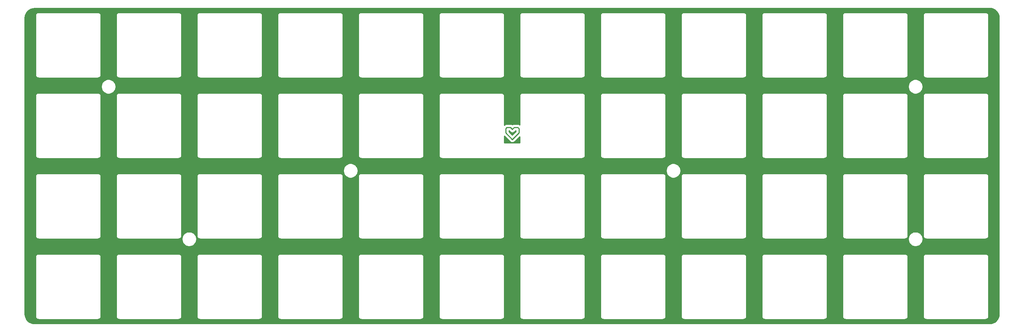
<source format=gbr>
G04 #@! TF.GenerationSoftware,KiCad,Pcbnew,(5.1.10)-1*
G04 #@! TF.CreationDate,2022-09-11T19:43:20-07:00*
G04 #@! TF.ProjectId,ortho Plate,6f727468-6f20-4506-9c61-74652e6b6963,rev?*
G04 #@! TF.SameCoordinates,Original*
G04 #@! TF.FileFunction,Copper,L2,Bot*
G04 #@! TF.FilePolarity,Positive*
%FSLAX46Y46*%
G04 Gerber Fmt 4.6, Leading zero omitted, Abs format (unit mm)*
G04 Created by KiCad (PCBNEW (5.1.10)-1) date 2022-09-11 19:43:20*
%MOMM*%
%LPD*%
G01*
G04 APERTURE LIST*
G04 #@! TA.AperFunction,Conductor*
%ADD10C,0.250000*%
G04 #@! TD*
G04 #@! TA.AperFunction,NonConductor*
%ADD11C,0.254000*%
G04 #@! TD*
G04 #@! TA.AperFunction,NonConductor*
%ADD12C,0.100000*%
G04 #@! TD*
G04 APERTURE END LIST*
D10*
X128823720Y-42461180D02*
X128823720Y-42384980D01*
X128366520Y-41927780D02*
X128823720Y-42384980D01*
X127566420Y-41927780D02*
X128366520Y-41927780D01*
X130081020Y-41927780D02*
X130373120Y-42219880D01*
X130373120Y-42219880D02*
X130373120Y-43248580D01*
X129280920Y-41927780D02*
X130081020Y-41927780D01*
X127274320Y-42219880D02*
X127566420Y-41927780D01*
X127274320Y-43248580D02*
X127274320Y-42219880D01*
X128823720Y-44797980D02*
X127274320Y-43248580D01*
X128823720Y-42384980D02*
X129280920Y-41927780D01*
X130373120Y-43248580D02*
X128823720Y-44797980D01*
D11*
X241904635Y-13805294D02*
X242327161Y-13932862D01*
X242716862Y-14140069D01*
X243058893Y-14419024D01*
X243340229Y-14759099D01*
X243550151Y-15147344D01*
X243680665Y-15568965D01*
X243730381Y-16041983D01*
X243730380Y-86087753D01*
X243683786Y-86562955D01*
X243556218Y-86985481D01*
X243349011Y-87375182D01*
X243070056Y-87717213D01*
X242729981Y-87998549D01*
X242341736Y-88208471D01*
X241920117Y-88338985D01*
X241447106Y-88388700D01*
X16081327Y-88388700D01*
X15606125Y-88342106D01*
X15183599Y-88214538D01*
X14793898Y-88007331D01*
X14451867Y-87728376D01*
X14170531Y-87388301D01*
X13960609Y-87000056D01*
X13830095Y-86578437D01*
X13780380Y-86105426D01*
X13780380Y-72648700D01*
X16241824Y-72648700D01*
X16245380Y-72684805D01*
X16245381Y-86612585D01*
X16241824Y-86648700D01*
X16256015Y-86792785D01*
X16298043Y-86931333D01*
X16366293Y-87059020D01*
X16458142Y-87170938D01*
X16570060Y-87262787D01*
X16697747Y-87331037D01*
X16836295Y-87373065D01*
X16944275Y-87383700D01*
X16980380Y-87387256D01*
X17016485Y-87383700D01*
X30944275Y-87383700D01*
X30980380Y-87387256D01*
X31016485Y-87383700D01*
X31124465Y-87373065D01*
X31263013Y-87331037D01*
X31390700Y-87262787D01*
X31502618Y-87170938D01*
X31594467Y-87059020D01*
X31662717Y-86931333D01*
X31704745Y-86792785D01*
X31718936Y-86648700D01*
X31715380Y-86612595D01*
X31715380Y-72684805D01*
X31718936Y-72648700D01*
X35291824Y-72648700D01*
X35295380Y-72684805D01*
X35295381Y-86612585D01*
X35291824Y-86648700D01*
X35306015Y-86792785D01*
X35348043Y-86931333D01*
X35416293Y-87059020D01*
X35508142Y-87170938D01*
X35620060Y-87262787D01*
X35747747Y-87331037D01*
X35886295Y-87373065D01*
X35994275Y-87383700D01*
X36030380Y-87387256D01*
X36066485Y-87383700D01*
X49994275Y-87383700D01*
X50030380Y-87387256D01*
X50066485Y-87383700D01*
X50174465Y-87373065D01*
X50313013Y-87331037D01*
X50440700Y-87262787D01*
X50552618Y-87170938D01*
X50644467Y-87059020D01*
X50712717Y-86931333D01*
X50754745Y-86792785D01*
X50768936Y-86648700D01*
X50765380Y-86612595D01*
X50765380Y-72684805D01*
X50768936Y-72648700D01*
X54341824Y-72648700D01*
X54345380Y-72684805D01*
X54345381Y-86612585D01*
X54341824Y-86648700D01*
X54356015Y-86792785D01*
X54398043Y-86931333D01*
X54466293Y-87059020D01*
X54558142Y-87170938D01*
X54670060Y-87262787D01*
X54797747Y-87331037D01*
X54936295Y-87373065D01*
X55044275Y-87383700D01*
X55080380Y-87387256D01*
X55116485Y-87383700D01*
X69044275Y-87383700D01*
X69080380Y-87387256D01*
X69116485Y-87383700D01*
X69224465Y-87373065D01*
X69363013Y-87331037D01*
X69490700Y-87262787D01*
X69602618Y-87170938D01*
X69694467Y-87059020D01*
X69762717Y-86931333D01*
X69804745Y-86792785D01*
X69818936Y-86648700D01*
X69815380Y-86612595D01*
X69815380Y-72684805D01*
X69818936Y-72648700D01*
X73391824Y-72648700D01*
X73395380Y-72684805D01*
X73395381Y-86612585D01*
X73391824Y-86648700D01*
X73406015Y-86792785D01*
X73448043Y-86931333D01*
X73516293Y-87059020D01*
X73608142Y-87170938D01*
X73720060Y-87262787D01*
X73847747Y-87331037D01*
X73986295Y-87373065D01*
X74094275Y-87383700D01*
X74130380Y-87387256D01*
X74166485Y-87383700D01*
X88094275Y-87383700D01*
X88130380Y-87387256D01*
X88166485Y-87383700D01*
X88274465Y-87373065D01*
X88413013Y-87331037D01*
X88540700Y-87262787D01*
X88652618Y-87170938D01*
X88744467Y-87059020D01*
X88812717Y-86931333D01*
X88854745Y-86792785D01*
X88868936Y-86648700D01*
X88865380Y-86612595D01*
X88865380Y-72684805D01*
X88868936Y-72648700D01*
X92441824Y-72648700D01*
X92445380Y-72684805D01*
X92445381Y-86612585D01*
X92441824Y-86648700D01*
X92456015Y-86792785D01*
X92498043Y-86931333D01*
X92566293Y-87059020D01*
X92658142Y-87170938D01*
X92770060Y-87262787D01*
X92897747Y-87331037D01*
X93036295Y-87373065D01*
X93144275Y-87383700D01*
X93180380Y-87387256D01*
X93216485Y-87383700D01*
X107144275Y-87383700D01*
X107180380Y-87387256D01*
X107216485Y-87383700D01*
X107324465Y-87373065D01*
X107463013Y-87331037D01*
X107590700Y-87262787D01*
X107702618Y-87170938D01*
X107794467Y-87059020D01*
X107862717Y-86931333D01*
X107904745Y-86792785D01*
X107918936Y-86648700D01*
X107915380Y-86612595D01*
X107915380Y-72684805D01*
X107918936Y-72648700D01*
X111491825Y-72648700D01*
X111495381Y-72684805D01*
X111495382Y-86612585D01*
X111491825Y-86648700D01*
X111506016Y-86792785D01*
X111548044Y-86931333D01*
X111616294Y-87059020D01*
X111708143Y-87170938D01*
X111820061Y-87262787D01*
X111947748Y-87331037D01*
X112086296Y-87373065D01*
X112194276Y-87383700D01*
X112230381Y-87387256D01*
X112266486Y-87383700D01*
X126194275Y-87383700D01*
X126230380Y-87387256D01*
X126266485Y-87383700D01*
X126374465Y-87373065D01*
X126513013Y-87331037D01*
X126640700Y-87262787D01*
X126752618Y-87170938D01*
X126844467Y-87059020D01*
X126912717Y-86931333D01*
X126954745Y-86792785D01*
X126968936Y-86648700D01*
X126965380Y-86612595D01*
X126965380Y-72684805D01*
X126968936Y-72648700D01*
X130541824Y-72648700D01*
X130545380Y-72684805D01*
X130545381Y-86612585D01*
X130541824Y-86648700D01*
X130556015Y-86792785D01*
X130598043Y-86931333D01*
X130666293Y-87059020D01*
X130758142Y-87170938D01*
X130870060Y-87262787D01*
X130997747Y-87331037D01*
X131136295Y-87373065D01*
X131244275Y-87383700D01*
X131280380Y-87387256D01*
X131316485Y-87383700D01*
X145244274Y-87383700D01*
X145280379Y-87387256D01*
X145316484Y-87383700D01*
X145424464Y-87373065D01*
X145563012Y-87331037D01*
X145690699Y-87262787D01*
X145802617Y-87170938D01*
X145894466Y-87059020D01*
X145962716Y-86931333D01*
X146004744Y-86792785D01*
X146018935Y-86648700D01*
X146015379Y-86612595D01*
X146015379Y-72684805D01*
X146018935Y-72648700D01*
X149591824Y-72648700D01*
X149595380Y-72684805D01*
X149595381Y-86612585D01*
X149591824Y-86648700D01*
X149606015Y-86792785D01*
X149648043Y-86931333D01*
X149716293Y-87059020D01*
X149808142Y-87170938D01*
X149920060Y-87262787D01*
X150047747Y-87331037D01*
X150186295Y-87373065D01*
X150294275Y-87383700D01*
X150330380Y-87387256D01*
X150366485Y-87383700D01*
X164294275Y-87383700D01*
X164330380Y-87387256D01*
X164366485Y-87383700D01*
X164474465Y-87373065D01*
X164613013Y-87331037D01*
X164740700Y-87262787D01*
X164852618Y-87170938D01*
X164944467Y-87059020D01*
X165012717Y-86931333D01*
X165054745Y-86792785D01*
X165068936Y-86648700D01*
X165065380Y-86612595D01*
X165065380Y-72684805D01*
X165068936Y-72648700D01*
X168641824Y-72648700D01*
X168645380Y-72684805D01*
X168645381Y-86612585D01*
X168641824Y-86648700D01*
X168656015Y-86792785D01*
X168698043Y-86931333D01*
X168766293Y-87059020D01*
X168858142Y-87170938D01*
X168970060Y-87262787D01*
X169097747Y-87331037D01*
X169236295Y-87373065D01*
X169344275Y-87383700D01*
X169380380Y-87387256D01*
X169416485Y-87383700D01*
X183344275Y-87383700D01*
X183380380Y-87387256D01*
X183416485Y-87383700D01*
X183524465Y-87373065D01*
X183663013Y-87331037D01*
X183790700Y-87262787D01*
X183902618Y-87170938D01*
X183994467Y-87059020D01*
X184062717Y-86931333D01*
X184104745Y-86792785D01*
X184118936Y-86648700D01*
X184115380Y-86612595D01*
X184115380Y-72684805D01*
X184118936Y-72648700D01*
X187691824Y-72648700D01*
X187695380Y-72684805D01*
X187695381Y-86612585D01*
X187691824Y-86648700D01*
X187706015Y-86792785D01*
X187748043Y-86931333D01*
X187816293Y-87059020D01*
X187908142Y-87170938D01*
X188020060Y-87262787D01*
X188147747Y-87331037D01*
X188286295Y-87373065D01*
X188394275Y-87383700D01*
X188430380Y-87387256D01*
X188466485Y-87383700D01*
X202394275Y-87383700D01*
X202430380Y-87387256D01*
X202466485Y-87383700D01*
X202574465Y-87373065D01*
X202713013Y-87331037D01*
X202840700Y-87262787D01*
X202952618Y-87170938D01*
X203044467Y-87059020D01*
X203112717Y-86931333D01*
X203154745Y-86792785D01*
X203168936Y-86648700D01*
X203165380Y-86612595D01*
X203165380Y-72684805D01*
X203168936Y-72648700D01*
X206741824Y-72648700D01*
X206745380Y-72684805D01*
X206745381Y-86612585D01*
X206741824Y-86648700D01*
X206756015Y-86792785D01*
X206798043Y-86931333D01*
X206866293Y-87059020D01*
X206958142Y-87170938D01*
X207070060Y-87262787D01*
X207197747Y-87331037D01*
X207336295Y-87373065D01*
X207444275Y-87383700D01*
X207480380Y-87387256D01*
X207516485Y-87383700D01*
X221444275Y-87383700D01*
X221480380Y-87387256D01*
X221516485Y-87383700D01*
X221624465Y-87373065D01*
X221763013Y-87331037D01*
X221890700Y-87262787D01*
X222002618Y-87170938D01*
X222094467Y-87059020D01*
X222162717Y-86931333D01*
X222204745Y-86792785D01*
X222218936Y-86648700D01*
X222215380Y-86612595D01*
X222215380Y-72684805D01*
X222218936Y-72648700D01*
X225791824Y-72648700D01*
X225795380Y-72684805D01*
X225795381Y-86612585D01*
X225791824Y-86648700D01*
X225806015Y-86792785D01*
X225848043Y-86931333D01*
X225916293Y-87059020D01*
X226008142Y-87170938D01*
X226120060Y-87262787D01*
X226247747Y-87331037D01*
X226386295Y-87373065D01*
X226494275Y-87383700D01*
X226530380Y-87387256D01*
X226566485Y-87383700D01*
X240494275Y-87383700D01*
X240530380Y-87387256D01*
X240566485Y-87383700D01*
X240674465Y-87373065D01*
X240813013Y-87331037D01*
X240940700Y-87262787D01*
X241052618Y-87170938D01*
X241144467Y-87059020D01*
X241212717Y-86931333D01*
X241254745Y-86792785D01*
X241268936Y-86648700D01*
X241265380Y-86612595D01*
X241265380Y-72684805D01*
X241268936Y-72648700D01*
X241254745Y-72504615D01*
X241212717Y-72366067D01*
X241144467Y-72238380D01*
X241052618Y-72126462D01*
X240940700Y-72034613D01*
X240813013Y-71966363D01*
X240674465Y-71924335D01*
X240566485Y-71913700D01*
X240530380Y-71910144D01*
X240494275Y-71913700D01*
X226566485Y-71913700D01*
X226530380Y-71910144D01*
X226494275Y-71913700D01*
X226386295Y-71924335D01*
X226247747Y-71966363D01*
X226120060Y-72034613D01*
X226008142Y-72126462D01*
X225916293Y-72238380D01*
X225848043Y-72366067D01*
X225806015Y-72504615D01*
X225791824Y-72648700D01*
X222218936Y-72648700D01*
X222204745Y-72504615D01*
X222162717Y-72366067D01*
X222094467Y-72238380D01*
X222002618Y-72126462D01*
X221890700Y-72034613D01*
X221763013Y-71966363D01*
X221624465Y-71924335D01*
X221516485Y-71913700D01*
X221480380Y-71910144D01*
X221444275Y-71913700D01*
X207516485Y-71913700D01*
X207480380Y-71910144D01*
X207444275Y-71913700D01*
X207336295Y-71924335D01*
X207197747Y-71966363D01*
X207070060Y-72034613D01*
X206958142Y-72126462D01*
X206866293Y-72238380D01*
X206798043Y-72366067D01*
X206756015Y-72504615D01*
X206741824Y-72648700D01*
X203168936Y-72648700D01*
X203154745Y-72504615D01*
X203112717Y-72366067D01*
X203044467Y-72238380D01*
X202952618Y-72126462D01*
X202840700Y-72034613D01*
X202713013Y-71966363D01*
X202574465Y-71924335D01*
X202466485Y-71913700D01*
X202430380Y-71910144D01*
X202394275Y-71913700D01*
X188466485Y-71913700D01*
X188430380Y-71910144D01*
X188394275Y-71913700D01*
X188286295Y-71924335D01*
X188147747Y-71966363D01*
X188020060Y-72034613D01*
X187908142Y-72126462D01*
X187816293Y-72238380D01*
X187748043Y-72366067D01*
X187706015Y-72504615D01*
X187691824Y-72648700D01*
X184118936Y-72648700D01*
X184104745Y-72504615D01*
X184062717Y-72366067D01*
X183994467Y-72238380D01*
X183902618Y-72126462D01*
X183790700Y-72034613D01*
X183663013Y-71966363D01*
X183524465Y-71924335D01*
X183416485Y-71913700D01*
X183380380Y-71910144D01*
X183344275Y-71913700D01*
X169416485Y-71913700D01*
X169380380Y-71910144D01*
X169344275Y-71913700D01*
X169236295Y-71924335D01*
X169097747Y-71966363D01*
X168970060Y-72034613D01*
X168858142Y-72126462D01*
X168766293Y-72238380D01*
X168698043Y-72366067D01*
X168656015Y-72504615D01*
X168641824Y-72648700D01*
X165068936Y-72648700D01*
X165054745Y-72504615D01*
X165012717Y-72366067D01*
X164944467Y-72238380D01*
X164852618Y-72126462D01*
X164740700Y-72034613D01*
X164613013Y-71966363D01*
X164474465Y-71924335D01*
X164366485Y-71913700D01*
X164330380Y-71910144D01*
X164294275Y-71913700D01*
X150366485Y-71913700D01*
X150330380Y-71910144D01*
X150294275Y-71913700D01*
X150186295Y-71924335D01*
X150047747Y-71966363D01*
X149920060Y-72034613D01*
X149808142Y-72126462D01*
X149716293Y-72238380D01*
X149648043Y-72366067D01*
X149606015Y-72504615D01*
X149591824Y-72648700D01*
X146018935Y-72648700D01*
X146004744Y-72504615D01*
X145962716Y-72366067D01*
X145894466Y-72238380D01*
X145802617Y-72126462D01*
X145690699Y-72034613D01*
X145563012Y-71966363D01*
X145424464Y-71924335D01*
X145316484Y-71913700D01*
X145280379Y-71910144D01*
X145244274Y-71913700D01*
X131316485Y-71913700D01*
X131280380Y-71910144D01*
X131244275Y-71913700D01*
X131136295Y-71924335D01*
X130997747Y-71966363D01*
X130870060Y-72034613D01*
X130758142Y-72126462D01*
X130666293Y-72238380D01*
X130598043Y-72366067D01*
X130556015Y-72504615D01*
X130541824Y-72648700D01*
X126968936Y-72648700D01*
X126954745Y-72504615D01*
X126912717Y-72366067D01*
X126844467Y-72238380D01*
X126752618Y-72126462D01*
X126640700Y-72034613D01*
X126513013Y-71966363D01*
X126374465Y-71924335D01*
X126266485Y-71913700D01*
X126230380Y-71910144D01*
X126194275Y-71913700D01*
X112266486Y-71913700D01*
X112230381Y-71910144D01*
X112194276Y-71913700D01*
X112086296Y-71924335D01*
X111947748Y-71966363D01*
X111820061Y-72034613D01*
X111708143Y-72126462D01*
X111616294Y-72238380D01*
X111548044Y-72366067D01*
X111506016Y-72504615D01*
X111491825Y-72648700D01*
X107918936Y-72648700D01*
X107904745Y-72504615D01*
X107862717Y-72366067D01*
X107794467Y-72238380D01*
X107702618Y-72126462D01*
X107590700Y-72034613D01*
X107463013Y-71966363D01*
X107324465Y-71924335D01*
X107216485Y-71913700D01*
X107180380Y-71910144D01*
X107144275Y-71913700D01*
X93216485Y-71913700D01*
X93180380Y-71910144D01*
X93144275Y-71913700D01*
X93036295Y-71924335D01*
X92897747Y-71966363D01*
X92770060Y-72034613D01*
X92658142Y-72126462D01*
X92566293Y-72238380D01*
X92498043Y-72366067D01*
X92456015Y-72504615D01*
X92441824Y-72648700D01*
X88868936Y-72648700D01*
X88854745Y-72504615D01*
X88812717Y-72366067D01*
X88744467Y-72238380D01*
X88652618Y-72126462D01*
X88540700Y-72034613D01*
X88413013Y-71966363D01*
X88274465Y-71924335D01*
X88166485Y-71913700D01*
X88130380Y-71910144D01*
X88094275Y-71913700D01*
X74166485Y-71913700D01*
X74130380Y-71910144D01*
X74094275Y-71913700D01*
X73986295Y-71924335D01*
X73847747Y-71966363D01*
X73720060Y-72034613D01*
X73608142Y-72126462D01*
X73516293Y-72238380D01*
X73448043Y-72366067D01*
X73406015Y-72504615D01*
X73391824Y-72648700D01*
X69818936Y-72648700D01*
X69804745Y-72504615D01*
X69762717Y-72366067D01*
X69694467Y-72238380D01*
X69602618Y-72126462D01*
X69490700Y-72034613D01*
X69363013Y-71966363D01*
X69224465Y-71924335D01*
X69116485Y-71913700D01*
X69080380Y-71910144D01*
X69044275Y-71913700D01*
X55116485Y-71913700D01*
X55080380Y-71910144D01*
X55044275Y-71913700D01*
X54936295Y-71924335D01*
X54797747Y-71966363D01*
X54670060Y-72034613D01*
X54558142Y-72126462D01*
X54466293Y-72238380D01*
X54398043Y-72366067D01*
X54356015Y-72504615D01*
X54341824Y-72648700D01*
X50768936Y-72648700D01*
X50754745Y-72504615D01*
X50712717Y-72366067D01*
X50644467Y-72238380D01*
X50552618Y-72126462D01*
X50440700Y-72034613D01*
X50313013Y-71966363D01*
X50174465Y-71924335D01*
X50066485Y-71913700D01*
X50030380Y-71910144D01*
X49994275Y-71913700D01*
X36066485Y-71913700D01*
X36030380Y-71910144D01*
X35994275Y-71913700D01*
X35886295Y-71924335D01*
X35747747Y-71966363D01*
X35620060Y-72034613D01*
X35508142Y-72126462D01*
X35416293Y-72238380D01*
X35348043Y-72366067D01*
X35306015Y-72504615D01*
X35291824Y-72648700D01*
X31718936Y-72648700D01*
X31704745Y-72504615D01*
X31662717Y-72366067D01*
X31594467Y-72238380D01*
X31502618Y-72126462D01*
X31390700Y-72034613D01*
X31263013Y-71966363D01*
X31124465Y-71924335D01*
X31016485Y-71913700D01*
X30980380Y-71910144D01*
X30944275Y-71913700D01*
X17016485Y-71913700D01*
X16980380Y-71910144D01*
X16944275Y-71913700D01*
X16836295Y-71924335D01*
X16697747Y-71966363D01*
X16570060Y-72034613D01*
X16458142Y-72126462D01*
X16366293Y-72238380D01*
X16298043Y-72366067D01*
X16256015Y-72504615D01*
X16241824Y-72648700D01*
X13780380Y-72648700D01*
X13780380Y-53598700D01*
X16241824Y-53598700D01*
X16245380Y-53634805D01*
X16245381Y-67562584D01*
X16241824Y-67598699D01*
X16256015Y-67742784D01*
X16298043Y-67881332D01*
X16366293Y-68009019D01*
X16458142Y-68120937D01*
X16570060Y-68212786D01*
X16697747Y-68281036D01*
X16836295Y-68323064D01*
X16944275Y-68333699D01*
X16980380Y-68337255D01*
X17016485Y-68333699D01*
X30944275Y-68333699D01*
X30980380Y-68337255D01*
X31016485Y-68333699D01*
X31124465Y-68323064D01*
X31263013Y-68281036D01*
X31390700Y-68212786D01*
X31502618Y-68120937D01*
X31594467Y-68009019D01*
X31662717Y-67881332D01*
X31704745Y-67742784D01*
X31718936Y-67598699D01*
X31715380Y-67562594D01*
X31715380Y-53634805D01*
X31718936Y-53598700D01*
X35291824Y-53598700D01*
X35295380Y-53634805D01*
X35295381Y-67562584D01*
X35291824Y-67598699D01*
X35306015Y-67742784D01*
X35348043Y-67881332D01*
X35416293Y-68009019D01*
X35508142Y-68120937D01*
X35620060Y-68212786D01*
X35747747Y-68281036D01*
X35886295Y-68323064D01*
X35994275Y-68333699D01*
X36030380Y-68337255D01*
X36066485Y-68333699D01*
X49994275Y-68333699D01*
X50030380Y-68337255D01*
X50066485Y-68333699D01*
X50174465Y-68323064D01*
X50313013Y-68281036D01*
X50414706Y-68226680D01*
X50808831Y-68226680D01*
X50808831Y-68570720D01*
X50875950Y-68908150D01*
X51007608Y-69226001D01*
X51198747Y-69512060D01*
X51442020Y-69755333D01*
X51728079Y-69946472D01*
X52045930Y-70078130D01*
X52383360Y-70145249D01*
X52727400Y-70145249D01*
X53064830Y-70078130D01*
X53382681Y-69946472D01*
X53668740Y-69755333D01*
X53912013Y-69512060D01*
X54103152Y-69226001D01*
X54234810Y-68908150D01*
X54301929Y-68570720D01*
X54301929Y-68226680D01*
X54234810Y-67889250D01*
X54103152Y-67571399D01*
X53912013Y-67285340D01*
X53668740Y-67042067D01*
X53382681Y-66850928D01*
X53064830Y-66719270D01*
X52727400Y-66652151D01*
X52383360Y-66652151D01*
X52045930Y-66719270D01*
X51728079Y-66850928D01*
X51442020Y-67042067D01*
X51198747Y-67285340D01*
X51007608Y-67571399D01*
X50875950Y-67889250D01*
X50808831Y-68226680D01*
X50414706Y-68226680D01*
X50440700Y-68212786D01*
X50552618Y-68120937D01*
X50644467Y-68009019D01*
X50712717Y-67881332D01*
X50754745Y-67742784D01*
X50768936Y-67598699D01*
X50765380Y-67562594D01*
X50765380Y-53634805D01*
X50768936Y-53598700D01*
X54341824Y-53598700D01*
X54345380Y-53634805D01*
X54345381Y-67562584D01*
X54341824Y-67598699D01*
X54356015Y-67742784D01*
X54398043Y-67881332D01*
X54466293Y-68009019D01*
X54558142Y-68120937D01*
X54670060Y-68212786D01*
X54797747Y-68281036D01*
X54936295Y-68323064D01*
X55044275Y-68333699D01*
X55080380Y-68337255D01*
X55116485Y-68333699D01*
X69044275Y-68333699D01*
X69080380Y-68337255D01*
X69116485Y-68333699D01*
X69224465Y-68323064D01*
X69363013Y-68281036D01*
X69490700Y-68212786D01*
X69602618Y-68120937D01*
X69694467Y-68009019D01*
X69762717Y-67881332D01*
X69804745Y-67742784D01*
X69818936Y-67598699D01*
X69815380Y-67562594D01*
X69815380Y-53634805D01*
X69818936Y-53598700D01*
X73391824Y-53598700D01*
X73395380Y-53634805D01*
X73395381Y-67562584D01*
X73391824Y-67598699D01*
X73406015Y-67742784D01*
X73448043Y-67881332D01*
X73516293Y-68009019D01*
X73608142Y-68120937D01*
X73720060Y-68212786D01*
X73847747Y-68281036D01*
X73986295Y-68323064D01*
X74094275Y-68333699D01*
X74130380Y-68337255D01*
X74166485Y-68333699D01*
X88094275Y-68333699D01*
X88130380Y-68337255D01*
X88166485Y-68333699D01*
X88274465Y-68323064D01*
X88413013Y-68281036D01*
X88540700Y-68212786D01*
X88652618Y-68120937D01*
X88744467Y-68009019D01*
X88812717Y-67881332D01*
X88854745Y-67742784D01*
X88868936Y-67598699D01*
X88865380Y-67562594D01*
X88865380Y-53634805D01*
X88868936Y-53598700D01*
X88854745Y-53454615D01*
X88812717Y-53316067D01*
X88744467Y-53188380D01*
X88652618Y-53076462D01*
X88540700Y-52984613D01*
X88413013Y-52916363D01*
X88274465Y-52874335D01*
X88166485Y-52863700D01*
X88130380Y-52860144D01*
X88094275Y-52863700D01*
X74166485Y-52863700D01*
X74130380Y-52860144D01*
X74094275Y-52863700D01*
X73986295Y-52874335D01*
X73847747Y-52916363D01*
X73720060Y-52984613D01*
X73608142Y-53076462D01*
X73516293Y-53188380D01*
X73448043Y-53316067D01*
X73406015Y-53454615D01*
X73391824Y-53598700D01*
X69818936Y-53598700D01*
X69804745Y-53454615D01*
X69762717Y-53316067D01*
X69694467Y-53188380D01*
X69602618Y-53076462D01*
X69490700Y-52984613D01*
X69363013Y-52916363D01*
X69224465Y-52874335D01*
X69116485Y-52863700D01*
X69080380Y-52860144D01*
X69044275Y-52863700D01*
X55116485Y-52863700D01*
X55080380Y-52860144D01*
X55044275Y-52863700D01*
X54936295Y-52874335D01*
X54797747Y-52916363D01*
X54670060Y-52984613D01*
X54558142Y-53076462D01*
X54466293Y-53188380D01*
X54398043Y-53316067D01*
X54356015Y-53454615D01*
X54341824Y-53598700D01*
X50768936Y-53598700D01*
X50754745Y-53454615D01*
X50712717Y-53316067D01*
X50644467Y-53188380D01*
X50552618Y-53076462D01*
X50440700Y-52984613D01*
X50313013Y-52916363D01*
X50174465Y-52874335D01*
X50066485Y-52863700D01*
X50030380Y-52860144D01*
X49994275Y-52863700D01*
X36066485Y-52863700D01*
X36030380Y-52860144D01*
X35994275Y-52863700D01*
X35886295Y-52874335D01*
X35747747Y-52916363D01*
X35620060Y-52984613D01*
X35508142Y-53076462D01*
X35416293Y-53188380D01*
X35348043Y-53316067D01*
X35306015Y-53454615D01*
X35291824Y-53598700D01*
X31718936Y-53598700D01*
X31704745Y-53454615D01*
X31662717Y-53316067D01*
X31594467Y-53188380D01*
X31502618Y-53076462D01*
X31390700Y-52984613D01*
X31263013Y-52916363D01*
X31124465Y-52874335D01*
X31016485Y-52863700D01*
X30980380Y-52860144D01*
X30944275Y-52863700D01*
X17016485Y-52863700D01*
X16980380Y-52860144D01*
X16944275Y-52863700D01*
X16836295Y-52874335D01*
X16697747Y-52916363D01*
X16570060Y-52984613D01*
X16458142Y-53076462D01*
X16366293Y-53188380D01*
X16298043Y-53316067D01*
X16256015Y-53454615D01*
X16241824Y-53598700D01*
X13780380Y-53598700D01*
X13780380Y-52026680D01*
X88908831Y-52026680D01*
X88908831Y-52370720D01*
X88975950Y-52708150D01*
X89107608Y-53026001D01*
X89298747Y-53312060D01*
X89542020Y-53555333D01*
X89828079Y-53746472D01*
X90145930Y-53878130D01*
X90483360Y-53945249D01*
X90827400Y-53945249D01*
X91164830Y-53878130D01*
X91482681Y-53746472D01*
X91703836Y-53598700D01*
X92441824Y-53598700D01*
X92445380Y-53634805D01*
X92445381Y-67562584D01*
X92441824Y-67598699D01*
X92456015Y-67742784D01*
X92498043Y-67881332D01*
X92566293Y-68009019D01*
X92658142Y-68120937D01*
X92770060Y-68212786D01*
X92897747Y-68281036D01*
X93036295Y-68323064D01*
X93144275Y-68333699D01*
X93180380Y-68337255D01*
X93216485Y-68333699D01*
X107144275Y-68333699D01*
X107180380Y-68337255D01*
X107216485Y-68333699D01*
X107324465Y-68323064D01*
X107463013Y-68281036D01*
X107590700Y-68212786D01*
X107702618Y-68120937D01*
X107794467Y-68009019D01*
X107862717Y-67881332D01*
X107904745Y-67742784D01*
X107918936Y-67598699D01*
X107915380Y-67562594D01*
X107915380Y-53634805D01*
X107918936Y-53598700D01*
X111491825Y-53598700D01*
X111495381Y-53634805D01*
X111495382Y-67562584D01*
X111491825Y-67598699D01*
X111506016Y-67742784D01*
X111548044Y-67881332D01*
X111616294Y-68009019D01*
X111708143Y-68120937D01*
X111820061Y-68212786D01*
X111947748Y-68281036D01*
X112086296Y-68323064D01*
X112194276Y-68333699D01*
X112230381Y-68337255D01*
X112266486Y-68333699D01*
X126194275Y-68333699D01*
X126230380Y-68337255D01*
X126266485Y-68333699D01*
X126374465Y-68323064D01*
X126513013Y-68281036D01*
X126640700Y-68212786D01*
X126752618Y-68120937D01*
X126844467Y-68009019D01*
X126912717Y-67881332D01*
X126954745Y-67742784D01*
X126968936Y-67598699D01*
X126965380Y-67562594D01*
X126965380Y-53634805D01*
X126968936Y-53598700D01*
X130541824Y-53598700D01*
X130545380Y-53634805D01*
X130545381Y-67562584D01*
X130541824Y-67598699D01*
X130556015Y-67742784D01*
X130598043Y-67881332D01*
X130666293Y-68009019D01*
X130758142Y-68120937D01*
X130870060Y-68212786D01*
X130997747Y-68281036D01*
X131136295Y-68323064D01*
X131244275Y-68333699D01*
X131280380Y-68337255D01*
X131316485Y-68333699D01*
X145244274Y-68333699D01*
X145280379Y-68337255D01*
X145316484Y-68333699D01*
X145424464Y-68323064D01*
X145563012Y-68281036D01*
X145690699Y-68212786D01*
X145802617Y-68120937D01*
X145894466Y-68009019D01*
X145962716Y-67881332D01*
X146004744Y-67742784D01*
X146018935Y-67598699D01*
X146015379Y-67562594D01*
X146015379Y-53634805D01*
X146018935Y-53598700D01*
X149591824Y-53598700D01*
X149595380Y-53634805D01*
X149595381Y-67562584D01*
X149591824Y-67598699D01*
X149606015Y-67742784D01*
X149648043Y-67881332D01*
X149716293Y-68009019D01*
X149808142Y-68120937D01*
X149920060Y-68212786D01*
X150047747Y-68281036D01*
X150186295Y-68323064D01*
X150294275Y-68333699D01*
X150330380Y-68337255D01*
X150366485Y-68333699D01*
X164294275Y-68333699D01*
X164330380Y-68337255D01*
X164366485Y-68333699D01*
X164474465Y-68323064D01*
X164613013Y-68281036D01*
X164740700Y-68212786D01*
X164852618Y-68120937D01*
X164944467Y-68009019D01*
X165012717Y-67881332D01*
X165054745Y-67742784D01*
X165068936Y-67598699D01*
X165065380Y-67562594D01*
X165065380Y-53634805D01*
X165068936Y-53598700D01*
X165054745Y-53454615D01*
X165012717Y-53316067D01*
X164944467Y-53188380D01*
X164852618Y-53076462D01*
X164740700Y-52984613D01*
X164613013Y-52916363D01*
X164474465Y-52874335D01*
X164366485Y-52863700D01*
X164330380Y-52860144D01*
X164294275Y-52863700D01*
X150366485Y-52863700D01*
X150330380Y-52860144D01*
X150294275Y-52863700D01*
X150186295Y-52874335D01*
X150047747Y-52916363D01*
X149920060Y-52984613D01*
X149808142Y-53076462D01*
X149716293Y-53188380D01*
X149648043Y-53316067D01*
X149606015Y-53454615D01*
X149591824Y-53598700D01*
X146018935Y-53598700D01*
X146004744Y-53454615D01*
X145962716Y-53316067D01*
X145894466Y-53188380D01*
X145802617Y-53076462D01*
X145690699Y-52984613D01*
X145563012Y-52916363D01*
X145424464Y-52874335D01*
X145316484Y-52863700D01*
X145280379Y-52860144D01*
X145244274Y-52863700D01*
X131316485Y-52863700D01*
X131280380Y-52860144D01*
X131244275Y-52863700D01*
X131136295Y-52874335D01*
X130997747Y-52916363D01*
X130870060Y-52984613D01*
X130758142Y-53076462D01*
X130666293Y-53188380D01*
X130598043Y-53316067D01*
X130556015Y-53454615D01*
X130541824Y-53598700D01*
X126968936Y-53598700D01*
X126954745Y-53454615D01*
X126912717Y-53316067D01*
X126844467Y-53188380D01*
X126752618Y-53076462D01*
X126640700Y-52984613D01*
X126513013Y-52916363D01*
X126374465Y-52874335D01*
X126266485Y-52863700D01*
X126230380Y-52860144D01*
X126194275Y-52863700D01*
X112266486Y-52863700D01*
X112230381Y-52860144D01*
X112194276Y-52863700D01*
X112086296Y-52874335D01*
X111947748Y-52916363D01*
X111820061Y-52984613D01*
X111708143Y-53076462D01*
X111616294Y-53188380D01*
X111548044Y-53316067D01*
X111506016Y-53454615D01*
X111491825Y-53598700D01*
X107918936Y-53598700D01*
X107904745Y-53454615D01*
X107862717Y-53316067D01*
X107794467Y-53188380D01*
X107702618Y-53076462D01*
X107590700Y-52984613D01*
X107463013Y-52916363D01*
X107324465Y-52874335D01*
X107216485Y-52863700D01*
X107180380Y-52860144D01*
X107144275Y-52863700D01*
X93216485Y-52863700D01*
X93180380Y-52860144D01*
X93144275Y-52863700D01*
X93036295Y-52874335D01*
X92897747Y-52916363D01*
X92770060Y-52984613D01*
X92658142Y-53076462D01*
X92566293Y-53188380D01*
X92498043Y-53316067D01*
X92456015Y-53454615D01*
X92441824Y-53598700D01*
X91703836Y-53598700D01*
X91768740Y-53555333D01*
X92012013Y-53312060D01*
X92203152Y-53026001D01*
X92334810Y-52708150D01*
X92401929Y-52370720D01*
X92401929Y-52026680D01*
X165108831Y-52026680D01*
X165108831Y-52370720D01*
X165175950Y-52708150D01*
X165307608Y-53026001D01*
X165498747Y-53312060D01*
X165742020Y-53555333D01*
X166028079Y-53746472D01*
X166345930Y-53878130D01*
X166683360Y-53945249D01*
X167027400Y-53945249D01*
X167364830Y-53878130D01*
X167682681Y-53746472D01*
X167903836Y-53598700D01*
X168641824Y-53598700D01*
X168645380Y-53634805D01*
X168645381Y-67562584D01*
X168641824Y-67598699D01*
X168656015Y-67742784D01*
X168698043Y-67881332D01*
X168766293Y-68009019D01*
X168858142Y-68120937D01*
X168970060Y-68212786D01*
X169097747Y-68281036D01*
X169236295Y-68323064D01*
X169344275Y-68333699D01*
X169380380Y-68337255D01*
X169416485Y-68333699D01*
X183344275Y-68333699D01*
X183380380Y-68337255D01*
X183416485Y-68333699D01*
X183524465Y-68323064D01*
X183663013Y-68281036D01*
X183790700Y-68212786D01*
X183902618Y-68120937D01*
X183994467Y-68009019D01*
X184062717Y-67881332D01*
X184104745Y-67742784D01*
X184118936Y-67598699D01*
X184115380Y-67562594D01*
X184115380Y-53634805D01*
X184118936Y-53598700D01*
X187691824Y-53598700D01*
X187695380Y-53634805D01*
X187695381Y-67562584D01*
X187691824Y-67598699D01*
X187706015Y-67742784D01*
X187748043Y-67881332D01*
X187816293Y-68009019D01*
X187908142Y-68120937D01*
X188020060Y-68212786D01*
X188147747Y-68281036D01*
X188286295Y-68323064D01*
X188394275Y-68333699D01*
X188430380Y-68337255D01*
X188466485Y-68333699D01*
X202394275Y-68333699D01*
X202430380Y-68337255D01*
X202466485Y-68333699D01*
X202574465Y-68323064D01*
X202713013Y-68281036D01*
X202840700Y-68212786D01*
X202952618Y-68120937D01*
X203044467Y-68009019D01*
X203112717Y-67881332D01*
X203154745Y-67742784D01*
X203168936Y-67598699D01*
X203165380Y-67562594D01*
X203165380Y-53634805D01*
X203168936Y-53598700D01*
X206741824Y-53598700D01*
X206745380Y-53634805D01*
X206745381Y-67562584D01*
X206741824Y-67598699D01*
X206756015Y-67742784D01*
X206798043Y-67881332D01*
X206866293Y-68009019D01*
X206958142Y-68120937D01*
X207070060Y-68212786D01*
X207197747Y-68281036D01*
X207336295Y-68323064D01*
X207444275Y-68333699D01*
X207480380Y-68337255D01*
X207516485Y-68333699D01*
X221444275Y-68333699D01*
X221480380Y-68337255D01*
X221516485Y-68333699D01*
X221624465Y-68323064D01*
X221763013Y-68281036D01*
X221864706Y-68226680D01*
X222258831Y-68226680D01*
X222258831Y-68570720D01*
X222325950Y-68908150D01*
X222457608Y-69226001D01*
X222648747Y-69512060D01*
X222892020Y-69755333D01*
X223178079Y-69946472D01*
X223495930Y-70078130D01*
X223833360Y-70145249D01*
X224177400Y-70145249D01*
X224514830Y-70078130D01*
X224832681Y-69946472D01*
X225118740Y-69755333D01*
X225362013Y-69512060D01*
X225553152Y-69226001D01*
X225684810Y-68908150D01*
X225751929Y-68570720D01*
X225751929Y-68226680D01*
X225684810Y-67889250D01*
X225553152Y-67571399D01*
X225362013Y-67285340D01*
X225118740Y-67042067D01*
X224832681Y-66850928D01*
X224514830Y-66719270D01*
X224177400Y-66652151D01*
X223833360Y-66652151D01*
X223495930Y-66719270D01*
X223178079Y-66850928D01*
X222892020Y-67042067D01*
X222648747Y-67285340D01*
X222457608Y-67571399D01*
X222325950Y-67889250D01*
X222258831Y-68226680D01*
X221864706Y-68226680D01*
X221890700Y-68212786D01*
X222002618Y-68120937D01*
X222094467Y-68009019D01*
X222162717Y-67881332D01*
X222204745Y-67742784D01*
X222218936Y-67598699D01*
X222215380Y-67562594D01*
X222215380Y-53634805D01*
X222218936Y-53598700D01*
X225791824Y-53598700D01*
X225795380Y-53634805D01*
X225795381Y-67562584D01*
X225791824Y-67598699D01*
X225806015Y-67742784D01*
X225848043Y-67881332D01*
X225916293Y-68009019D01*
X226008142Y-68120937D01*
X226120060Y-68212786D01*
X226247747Y-68281036D01*
X226386295Y-68323064D01*
X226494275Y-68333699D01*
X226530380Y-68337255D01*
X226566485Y-68333699D01*
X240494275Y-68333699D01*
X240530380Y-68337255D01*
X240566485Y-68333699D01*
X240674465Y-68323064D01*
X240813013Y-68281036D01*
X240940700Y-68212786D01*
X241052618Y-68120937D01*
X241144467Y-68009019D01*
X241212717Y-67881332D01*
X241254745Y-67742784D01*
X241268936Y-67598699D01*
X241265380Y-67562594D01*
X241265380Y-53634805D01*
X241268936Y-53598700D01*
X241254745Y-53454615D01*
X241212717Y-53316067D01*
X241144467Y-53188380D01*
X241052618Y-53076462D01*
X240940700Y-52984613D01*
X240813013Y-52916363D01*
X240674465Y-52874335D01*
X240566485Y-52863700D01*
X240530380Y-52860144D01*
X240494275Y-52863700D01*
X226566485Y-52863700D01*
X226530380Y-52860144D01*
X226494275Y-52863700D01*
X226386295Y-52874335D01*
X226247747Y-52916363D01*
X226120060Y-52984613D01*
X226008142Y-53076462D01*
X225916293Y-53188380D01*
X225848043Y-53316067D01*
X225806015Y-53454615D01*
X225791824Y-53598700D01*
X222218936Y-53598700D01*
X222204745Y-53454615D01*
X222162717Y-53316067D01*
X222094467Y-53188380D01*
X222002618Y-53076462D01*
X221890700Y-52984613D01*
X221763013Y-52916363D01*
X221624465Y-52874335D01*
X221516485Y-52863700D01*
X221480380Y-52860144D01*
X221444275Y-52863700D01*
X207516485Y-52863700D01*
X207480380Y-52860144D01*
X207444275Y-52863700D01*
X207336295Y-52874335D01*
X207197747Y-52916363D01*
X207070060Y-52984613D01*
X206958142Y-53076462D01*
X206866293Y-53188380D01*
X206798043Y-53316067D01*
X206756015Y-53454615D01*
X206741824Y-53598700D01*
X203168936Y-53598700D01*
X203154745Y-53454615D01*
X203112717Y-53316067D01*
X203044467Y-53188380D01*
X202952618Y-53076462D01*
X202840700Y-52984613D01*
X202713013Y-52916363D01*
X202574465Y-52874335D01*
X202466485Y-52863700D01*
X202430380Y-52860144D01*
X202394275Y-52863700D01*
X188466485Y-52863700D01*
X188430380Y-52860144D01*
X188394275Y-52863700D01*
X188286295Y-52874335D01*
X188147747Y-52916363D01*
X188020060Y-52984613D01*
X187908142Y-53076462D01*
X187816293Y-53188380D01*
X187748043Y-53316067D01*
X187706015Y-53454615D01*
X187691824Y-53598700D01*
X184118936Y-53598700D01*
X184104745Y-53454615D01*
X184062717Y-53316067D01*
X183994467Y-53188380D01*
X183902618Y-53076462D01*
X183790700Y-52984613D01*
X183663013Y-52916363D01*
X183524465Y-52874335D01*
X183416485Y-52863700D01*
X183380380Y-52860144D01*
X183344275Y-52863700D01*
X169416485Y-52863700D01*
X169380380Y-52860144D01*
X169344275Y-52863700D01*
X169236295Y-52874335D01*
X169097747Y-52916363D01*
X168970060Y-52984613D01*
X168858142Y-53076462D01*
X168766293Y-53188380D01*
X168698043Y-53316067D01*
X168656015Y-53454615D01*
X168641824Y-53598700D01*
X167903836Y-53598700D01*
X167968740Y-53555333D01*
X168212013Y-53312060D01*
X168403152Y-53026001D01*
X168534810Y-52708150D01*
X168601929Y-52370720D01*
X168601929Y-52026680D01*
X168534810Y-51689250D01*
X168403152Y-51371399D01*
X168212013Y-51085340D01*
X167968740Y-50842067D01*
X167682681Y-50650928D01*
X167364830Y-50519270D01*
X167027400Y-50452151D01*
X166683360Y-50452151D01*
X166345930Y-50519270D01*
X166028079Y-50650928D01*
X165742020Y-50842067D01*
X165498747Y-51085340D01*
X165307608Y-51371399D01*
X165175950Y-51689250D01*
X165108831Y-52026680D01*
X92401929Y-52026680D01*
X92334810Y-51689250D01*
X92203152Y-51371399D01*
X92012013Y-51085340D01*
X91768740Y-50842067D01*
X91482681Y-50650928D01*
X91164830Y-50519270D01*
X90827400Y-50452151D01*
X90483360Y-50452151D01*
X90145930Y-50519270D01*
X89828079Y-50650928D01*
X89542020Y-50842067D01*
X89298747Y-51085340D01*
X89107608Y-51371399D01*
X88975950Y-51689250D01*
X88908831Y-52026680D01*
X13780380Y-52026680D01*
X13780380Y-34548701D01*
X16241824Y-34548701D01*
X16245380Y-34584806D01*
X16245381Y-48512585D01*
X16241824Y-48548700D01*
X16256015Y-48692785D01*
X16298043Y-48831333D01*
X16366293Y-48959020D01*
X16458142Y-49070938D01*
X16570060Y-49162787D01*
X16697747Y-49231037D01*
X16836295Y-49273065D01*
X16944275Y-49283700D01*
X16980380Y-49287256D01*
X17016485Y-49283700D01*
X30944275Y-49283700D01*
X30980380Y-49287256D01*
X31016485Y-49283700D01*
X31124465Y-49273065D01*
X31263013Y-49231037D01*
X31390700Y-49162787D01*
X31502618Y-49070938D01*
X31594467Y-48959020D01*
X31662717Y-48831333D01*
X31704745Y-48692785D01*
X31718936Y-48548700D01*
X31715380Y-48512595D01*
X31715380Y-34584806D01*
X31718936Y-34548701D01*
X35291824Y-34548701D01*
X35295380Y-34584806D01*
X35295381Y-48512585D01*
X35291824Y-48548700D01*
X35306015Y-48692785D01*
X35348043Y-48831333D01*
X35416293Y-48959020D01*
X35508142Y-49070938D01*
X35620060Y-49162787D01*
X35747747Y-49231037D01*
X35886295Y-49273065D01*
X35994275Y-49283700D01*
X36030380Y-49287256D01*
X36066485Y-49283700D01*
X49994275Y-49283700D01*
X50030380Y-49287256D01*
X50066485Y-49283700D01*
X50174465Y-49273065D01*
X50313013Y-49231037D01*
X50440700Y-49162787D01*
X50552618Y-49070938D01*
X50644467Y-48959020D01*
X50712717Y-48831333D01*
X50754745Y-48692785D01*
X50768936Y-48548700D01*
X50765380Y-48512595D01*
X50765380Y-34584806D01*
X50768936Y-34548701D01*
X54341824Y-34548701D01*
X54345380Y-34584806D01*
X54345381Y-48512585D01*
X54341824Y-48548700D01*
X54356015Y-48692785D01*
X54398043Y-48831333D01*
X54466293Y-48959020D01*
X54558142Y-49070938D01*
X54670060Y-49162787D01*
X54797747Y-49231037D01*
X54936295Y-49273065D01*
X55044275Y-49283700D01*
X55080380Y-49287256D01*
X55116485Y-49283700D01*
X69044275Y-49283700D01*
X69080380Y-49287256D01*
X69116485Y-49283700D01*
X69224465Y-49273065D01*
X69363013Y-49231037D01*
X69490700Y-49162787D01*
X69602618Y-49070938D01*
X69694467Y-48959020D01*
X69762717Y-48831333D01*
X69804745Y-48692785D01*
X69818936Y-48548700D01*
X69815380Y-48512595D01*
X69815380Y-34584806D01*
X69818936Y-34548701D01*
X73391824Y-34548701D01*
X73395380Y-34584806D01*
X73395381Y-48512585D01*
X73391824Y-48548700D01*
X73406015Y-48692785D01*
X73448043Y-48831333D01*
X73516293Y-48959020D01*
X73608142Y-49070938D01*
X73720060Y-49162787D01*
X73847747Y-49231037D01*
X73986295Y-49273065D01*
X74094275Y-49283700D01*
X74130380Y-49287256D01*
X74166485Y-49283700D01*
X88094275Y-49283700D01*
X88130380Y-49287256D01*
X88166485Y-49283700D01*
X88274465Y-49273065D01*
X88413013Y-49231037D01*
X88540700Y-49162787D01*
X88652618Y-49070938D01*
X88744467Y-48959020D01*
X88812717Y-48831333D01*
X88854745Y-48692785D01*
X88868936Y-48548700D01*
X88865380Y-48512595D01*
X88865380Y-34584806D01*
X88868936Y-34548701D01*
X92441824Y-34548701D01*
X92445380Y-34584806D01*
X92445381Y-48512585D01*
X92441824Y-48548700D01*
X92456015Y-48692785D01*
X92498043Y-48831333D01*
X92566293Y-48959020D01*
X92658142Y-49070938D01*
X92770060Y-49162787D01*
X92897747Y-49231037D01*
X93036295Y-49273065D01*
X93144275Y-49283700D01*
X93180380Y-49287256D01*
X93216485Y-49283700D01*
X107144275Y-49283700D01*
X107180380Y-49287256D01*
X107216485Y-49283700D01*
X107324465Y-49273065D01*
X107463013Y-49231037D01*
X107590700Y-49162787D01*
X107702618Y-49070938D01*
X107794467Y-48959020D01*
X107862717Y-48831333D01*
X107904745Y-48692785D01*
X107918936Y-48548700D01*
X107915380Y-48512595D01*
X107915380Y-34584806D01*
X107918936Y-34548701D01*
X111491825Y-34548701D01*
X111495381Y-34584806D01*
X111495382Y-48512585D01*
X111491825Y-48548700D01*
X111506016Y-48692785D01*
X111548044Y-48831333D01*
X111616294Y-48959020D01*
X111708143Y-49070938D01*
X111820061Y-49162787D01*
X111947748Y-49231037D01*
X112086296Y-49273065D01*
X112194276Y-49283700D01*
X112230381Y-49287256D01*
X112266486Y-49283700D01*
X145244274Y-49283700D01*
X145280379Y-49287256D01*
X145316484Y-49283700D01*
X145424464Y-49273065D01*
X145563012Y-49231037D01*
X145690699Y-49162787D01*
X145802617Y-49070938D01*
X145894466Y-48959020D01*
X145962716Y-48831333D01*
X146004744Y-48692785D01*
X146018935Y-48548700D01*
X146015379Y-48512595D01*
X146015379Y-34584806D01*
X146018935Y-34548701D01*
X149591824Y-34548701D01*
X149595380Y-34584806D01*
X149595381Y-48512585D01*
X149591824Y-48548700D01*
X149606015Y-48692785D01*
X149648043Y-48831333D01*
X149716293Y-48959020D01*
X149808142Y-49070938D01*
X149920060Y-49162787D01*
X150047747Y-49231037D01*
X150186295Y-49273065D01*
X150294275Y-49283700D01*
X150330380Y-49287256D01*
X150366485Y-49283700D01*
X164294275Y-49283700D01*
X164330380Y-49287256D01*
X164366485Y-49283700D01*
X164474465Y-49273065D01*
X164613013Y-49231037D01*
X164740700Y-49162787D01*
X164852618Y-49070938D01*
X164944467Y-48959020D01*
X165012717Y-48831333D01*
X165054745Y-48692785D01*
X165068936Y-48548700D01*
X165065380Y-48512595D01*
X165065380Y-34584806D01*
X165068936Y-34548701D01*
X168641824Y-34548701D01*
X168645380Y-34584806D01*
X168645381Y-48512585D01*
X168641824Y-48548700D01*
X168656015Y-48692785D01*
X168698043Y-48831333D01*
X168766293Y-48959020D01*
X168858142Y-49070938D01*
X168970060Y-49162787D01*
X169097747Y-49231037D01*
X169236295Y-49273065D01*
X169344275Y-49283700D01*
X169380380Y-49287256D01*
X169416485Y-49283700D01*
X183344275Y-49283700D01*
X183380380Y-49287256D01*
X183416485Y-49283700D01*
X183524465Y-49273065D01*
X183663013Y-49231037D01*
X183790700Y-49162787D01*
X183902618Y-49070938D01*
X183994467Y-48959020D01*
X184062717Y-48831333D01*
X184104745Y-48692785D01*
X184118936Y-48548700D01*
X184115380Y-48512595D01*
X184115380Y-34584806D01*
X184118936Y-34548701D01*
X187691824Y-34548701D01*
X187695380Y-34584806D01*
X187695381Y-48512585D01*
X187691824Y-48548700D01*
X187706015Y-48692785D01*
X187748043Y-48831333D01*
X187816293Y-48959020D01*
X187908142Y-49070938D01*
X188020060Y-49162787D01*
X188147747Y-49231037D01*
X188286295Y-49273065D01*
X188394275Y-49283700D01*
X188430380Y-49287256D01*
X188466485Y-49283700D01*
X202394275Y-49283700D01*
X202430380Y-49287256D01*
X202466485Y-49283700D01*
X202574465Y-49273065D01*
X202713013Y-49231037D01*
X202840700Y-49162787D01*
X202952618Y-49070938D01*
X203044467Y-48959020D01*
X203112717Y-48831333D01*
X203154745Y-48692785D01*
X203168936Y-48548700D01*
X203165380Y-48512595D01*
X203165380Y-34584806D01*
X203168936Y-34548701D01*
X206741824Y-34548701D01*
X206745380Y-34584806D01*
X206745381Y-48512585D01*
X206741824Y-48548700D01*
X206756015Y-48692785D01*
X206798043Y-48831333D01*
X206866293Y-48959020D01*
X206958142Y-49070938D01*
X207070060Y-49162787D01*
X207197747Y-49231037D01*
X207336295Y-49273065D01*
X207444275Y-49283700D01*
X207480380Y-49287256D01*
X207516485Y-49283700D01*
X221444275Y-49283700D01*
X221480380Y-49287256D01*
X221516485Y-49283700D01*
X221624465Y-49273065D01*
X221763013Y-49231037D01*
X221890700Y-49162787D01*
X222002618Y-49070938D01*
X222094467Y-48959020D01*
X222162717Y-48831333D01*
X222204745Y-48692785D01*
X222218936Y-48548700D01*
X222215380Y-48512595D01*
X222215380Y-34584806D01*
X222218936Y-34548701D01*
X225791824Y-34548701D01*
X225795380Y-34584806D01*
X225795381Y-48512585D01*
X225791824Y-48548700D01*
X225806015Y-48692785D01*
X225848043Y-48831333D01*
X225916293Y-48959020D01*
X226008142Y-49070938D01*
X226120060Y-49162787D01*
X226247747Y-49231037D01*
X226386295Y-49273065D01*
X226494275Y-49283700D01*
X226530380Y-49287256D01*
X226566485Y-49283700D01*
X240494275Y-49283700D01*
X240530380Y-49287256D01*
X240566485Y-49283700D01*
X240674465Y-49273065D01*
X240813013Y-49231037D01*
X240940700Y-49162787D01*
X241052618Y-49070938D01*
X241144467Y-48959020D01*
X241212717Y-48831333D01*
X241254745Y-48692785D01*
X241268936Y-48548700D01*
X241265380Y-48512595D01*
X241265380Y-34584806D01*
X241268936Y-34548701D01*
X241254745Y-34404616D01*
X241212717Y-34266068D01*
X241144467Y-34138381D01*
X241052618Y-34026463D01*
X240940700Y-33934614D01*
X240813013Y-33866364D01*
X240674465Y-33824336D01*
X240566485Y-33813701D01*
X240530380Y-33810145D01*
X240494275Y-33813701D01*
X226566485Y-33813701D01*
X226530380Y-33810145D01*
X226494275Y-33813701D01*
X226386295Y-33824336D01*
X226247747Y-33866364D01*
X226120060Y-33934614D01*
X226008142Y-34026463D01*
X225916293Y-34138381D01*
X225848043Y-34266068D01*
X225806015Y-34404616D01*
X225791824Y-34548701D01*
X222218936Y-34548701D01*
X222204745Y-34404616D01*
X222162717Y-34266068D01*
X222094467Y-34138381D01*
X222002618Y-34026463D01*
X221890700Y-33934614D01*
X221763013Y-33866364D01*
X221624465Y-33824336D01*
X221516485Y-33813701D01*
X221480380Y-33810145D01*
X221444275Y-33813701D01*
X207516485Y-33813701D01*
X207480380Y-33810145D01*
X207444275Y-33813701D01*
X207336295Y-33824336D01*
X207197747Y-33866364D01*
X207070060Y-33934614D01*
X206958142Y-34026463D01*
X206866293Y-34138381D01*
X206798043Y-34266068D01*
X206756015Y-34404616D01*
X206741824Y-34548701D01*
X203168936Y-34548701D01*
X203154745Y-34404616D01*
X203112717Y-34266068D01*
X203044467Y-34138381D01*
X202952618Y-34026463D01*
X202840700Y-33934614D01*
X202713013Y-33866364D01*
X202574465Y-33824336D01*
X202466485Y-33813701D01*
X202430380Y-33810145D01*
X202394275Y-33813701D01*
X188466485Y-33813701D01*
X188430380Y-33810145D01*
X188394275Y-33813701D01*
X188286295Y-33824336D01*
X188147747Y-33866364D01*
X188020060Y-33934614D01*
X187908142Y-34026463D01*
X187816293Y-34138381D01*
X187748043Y-34266068D01*
X187706015Y-34404616D01*
X187691824Y-34548701D01*
X184118936Y-34548701D01*
X184104745Y-34404616D01*
X184062717Y-34266068D01*
X183994467Y-34138381D01*
X183902618Y-34026463D01*
X183790700Y-33934614D01*
X183663013Y-33866364D01*
X183524465Y-33824336D01*
X183416485Y-33813701D01*
X183380380Y-33810145D01*
X183344275Y-33813701D01*
X169416485Y-33813701D01*
X169380380Y-33810145D01*
X169344275Y-33813701D01*
X169236295Y-33824336D01*
X169097747Y-33866364D01*
X168970060Y-33934614D01*
X168858142Y-34026463D01*
X168766293Y-34138381D01*
X168698043Y-34266068D01*
X168656015Y-34404616D01*
X168641824Y-34548701D01*
X165068936Y-34548701D01*
X165054745Y-34404616D01*
X165012717Y-34266068D01*
X164944467Y-34138381D01*
X164852618Y-34026463D01*
X164740700Y-33934614D01*
X164613013Y-33866364D01*
X164474465Y-33824336D01*
X164366485Y-33813701D01*
X164330380Y-33810145D01*
X164294275Y-33813701D01*
X150366485Y-33813701D01*
X150330380Y-33810145D01*
X150294275Y-33813701D01*
X150186295Y-33824336D01*
X150047747Y-33866364D01*
X149920060Y-33934614D01*
X149808142Y-34026463D01*
X149716293Y-34138381D01*
X149648043Y-34266068D01*
X149606015Y-34404616D01*
X149591824Y-34548701D01*
X146018935Y-34548701D01*
X146004744Y-34404616D01*
X145962716Y-34266068D01*
X145894466Y-34138381D01*
X145802617Y-34026463D01*
X145690699Y-33934614D01*
X145563012Y-33866364D01*
X145424464Y-33824336D01*
X145316484Y-33813701D01*
X145280379Y-33810145D01*
X145244274Y-33813701D01*
X131316485Y-33813701D01*
X131280380Y-33810145D01*
X131244275Y-33813701D01*
X131136295Y-33824336D01*
X130997747Y-33866364D01*
X130870060Y-33934614D01*
X130758142Y-34026463D01*
X130666293Y-34138381D01*
X130598043Y-34266068D01*
X130556015Y-34404616D01*
X130541824Y-34548701D01*
X130545380Y-34584806D01*
X130545381Y-41325703D01*
X130505296Y-41292806D01*
X130373267Y-41222234D01*
X130230006Y-41178777D01*
X130118353Y-41167780D01*
X130118342Y-41167780D01*
X130081020Y-41164104D01*
X130043698Y-41167780D01*
X129318242Y-41167780D01*
X129280919Y-41164104D01*
X129243596Y-41167780D01*
X129243587Y-41167780D01*
X129131934Y-41178777D01*
X128988673Y-41222234D01*
X128856644Y-41292806D01*
X128823720Y-41319826D01*
X128790796Y-41292806D01*
X128658767Y-41222234D01*
X128515506Y-41178777D01*
X128403853Y-41167780D01*
X128403842Y-41167780D01*
X128366520Y-41164104D01*
X128329198Y-41167780D01*
X127603745Y-41167780D01*
X127566420Y-41164104D01*
X127529095Y-41167780D01*
X127529087Y-41167780D01*
X127417434Y-41178777D01*
X127274173Y-41222234D01*
X127142144Y-41292806D01*
X127026419Y-41387779D01*
X127002616Y-41416783D01*
X126966863Y-41452536D01*
X126965388Y-34584730D01*
X126968936Y-34548701D01*
X126965372Y-34512515D01*
X126965372Y-34512439D01*
X126961944Y-34477704D01*
X126954745Y-34404616D01*
X126954722Y-34404539D01*
X126954714Y-34404461D01*
X126934130Y-34336658D01*
X126912717Y-34266068D01*
X126912678Y-34265996D01*
X126912656Y-34265922D01*
X126880356Y-34205526D01*
X126844467Y-34138381D01*
X126844413Y-34138315D01*
X126844378Y-34138250D01*
X126801428Y-34085939D01*
X126752618Y-34026463D01*
X126752553Y-34026410D01*
X126752505Y-34026351D01*
X126698045Y-33981676D01*
X126640700Y-33934614D01*
X126640629Y-33934576D01*
X126640568Y-33934526D01*
X126578717Y-33901484D01*
X126513013Y-33866364D01*
X126512933Y-33866340D01*
X126512866Y-33866304D01*
X126447438Y-33846472D01*
X126374465Y-33824336D01*
X126374381Y-33824328D01*
X126374309Y-33824306D01*
X126306709Y-33817663D01*
X126266485Y-33813701D01*
X126266396Y-33813701D01*
X126230222Y-33810146D01*
X126194204Y-33813701D01*
X112266486Y-33813701D01*
X112230381Y-33810145D01*
X112194276Y-33813701D01*
X112086296Y-33824336D01*
X111947748Y-33866364D01*
X111820061Y-33934614D01*
X111708143Y-34026463D01*
X111616294Y-34138381D01*
X111548044Y-34266068D01*
X111506016Y-34404616D01*
X111491825Y-34548701D01*
X107918936Y-34548701D01*
X107904745Y-34404616D01*
X107862717Y-34266068D01*
X107794467Y-34138381D01*
X107702618Y-34026463D01*
X107590700Y-33934614D01*
X107463013Y-33866364D01*
X107324465Y-33824336D01*
X107216485Y-33813701D01*
X107180380Y-33810145D01*
X107144275Y-33813701D01*
X93216485Y-33813701D01*
X93180380Y-33810145D01*
X93144275Y-33813701D01*
X93036295Y-33824336D01*
X92897747Y-33866364D01*
X92770060Y-33934614D01*
X92658142Y-34026463D01*
X92566293Y-34138381D01*
X92498043Y-34266068D01*
X92456015Y-34404616D01*
X92441824Y-34548701D01*
X88868936Y-34548701D01*
X88854745Y-34404616D01*
X88812717Y-34266068D01*
X88744467Y-34138381D01*
X88652618Y-34026463D01*
X88540700Y-33934614D01*
X88413013Y-33866364D01*
X88274465Y-33824336D01*
X88166485Y-33813701D01*
X88130380Y-33810145D01*
X88094275Y-33813701D01*
X74166485Y-33813701D01*
X74130380Y-33810145D01*
X74094275Y-33813701D01*
X73986295Y-33824336D01*
X73847747Y-33866364D01*
X73720060Y-33934614D01*
X73608142Y-34026463D01*
X73516293Y-34138381D01*
X73448043Y-34266068D01*
X73406015Y-34404616D01*
X73391824Y-34548701D01*
X69818936Y-34548701D01*
X69804745Y-34404616D01*
X69762717Y-34266068D01*
X69694467Y-34138381D01*
X69602618Y-34026463D01*
X69490700Y-33934614D01*
X69363013Y-33866364D01*
X69224465Y-33824336D01*
X69116485Y-33813701D01*
X69080380Y-33810145D01*
X69044275Y-33813701D01*
X55116485Y-33813701D01*
X55080380Y-33810145D01*
X55044275Y-33813701D01*
X54936295Y-33824336D01*
X54797747Y-33866364D01*
X54670060Y-33934614D01*
X54558142Y-34026463D01*
X54466293Y-34138381D01*
X54398043Y-34266068D01*
X54356015Y-34404616D01*
X54341824Y-34548701D01*
X50768936Y-34548701D01*
X50754745Y-34404616D01*
X50712717Y-34266068D01*
X50644467Y-34138381D01*
X50552618Y-34026463D01*
X50440700Y-33934614D01*
X50313013Y-33866364D01*
X50174465Y-33824336D01*
X50066485Y-33813701D01*
X50030380Y-33810145D01*
X49994275Y-33813701D01*
X36066485Y-33813701D01*
X36030380Y-33810145D01*
X35994275Y-33813701D01*
X35886295Y-33824336D01*
X35747747Y-33866364D01*
X35620060Y-33934614D01*
X35508142Y-34026463D01*
X35416293Y-34138381D01*
X35348043Y-34266068D01*
X35306015Y-34404616D01*
X35291824Y-34548701D01*
X31718936Y-34548701D01*
X31704745Y-34404616D01*
X31662717Y-34266068D01*
X31594467Y-34138381D01*
X31502618Y-34026463D01*
X31390700Y-33934614D01*
X31263013Y-33866364D01*
X31124465Y-33824336D01*
X31016485Y-33813701D01*
X30980380Y-33810145D01*
X30944275Y-33813701D01*
X17016485Y-33813701D01*
X16980380Y-33810145D01*
X16944275Y-33813701D01*
X16836295Y-33824336D01*
X16697747Y-33866364D01*
X16570060Y-33934614D01*
X16458142Y-34026463D01*
X16366293Y-34138381D01*
X16298043Y-34266068D01*
X16256015Y-34404616D01*
X16241824Y-34548701D01*
X13780380Y-34548701D01*
X13780380Y-32126680D01*
X31758831Y-32126680D01*
X31758831Y-32470720D01*
X31825950Y-32808150D01*
X31957608Y-33126001D01*
X32148747Y-33412060D01*
X32392020Y-33655333D01*
X32678079Y-33846472D01*
X32995930Y-33978130D01*
X33333360Y-34045249D01*
X33677400Y-34045249D01*
X34014830Y-33978130D01*
X34332681Y-33846472D01*
X34618740Y-33655333D01*
X34862013Y-33412060D01*
X35053152Y-33126001D01*
X35184810Y-32808150D01*
X35251929Y-32470720D01*
X35251929Y-32126680D01*
X222258831Y-32126680D01*
X222258831Y-32470720D01*
X222325950Y-32808150D01*
X222457608Y-33126001D01*
X222648747Y-33412060D01*
X222892020Y-33655333D01*
X223178079Y-33846472D01*
X223495930Y-33978130D01*
X223833360Y-34045249D01*
X224177400Y-34045249D01*
X224514830Y-33978130D01*
X224832681Y-33846472D01*
X225118740Y-33655333D01*
X225362013Y-33412060D01*
X225553152Y-33126001D01*
X225684810Y-32808150D01*
X225751929Y-32470720D01*
X225751929Y-32126680D01*
X225684810Y-31789250D01*
X225553152Y-31471399D01*
X225362013Y-31185340D01*
X225118740Y-30942067D01*
X224832681Y-30750928D01*
X224514830Y-30619270D01*
X224177400Y-30552151D01*
X223833360Y-30552151D01*
X223495930Y-30619270D01*
X223178079Y-30750928D01*
X222892020Y-30942067D01*
X222648747Y-31185340D01*
X222457608Y-31471399D01*
X222325950Y-31789250D01*
X222258831Y-32126680D01*
X35251929Y-32126680D01*
X35184810Y-31789250D01*
X35053152Y-31471399D01*
X34862013Y-31185340D01*
X34618740Y-30942067D01*
X34332681Y-30750928D01*
X34014830Y-30619270D01*
X33677400Y-30552151D01*
X33333360Y-30552151D01*
X32995930Y-30619270D01*
X32678079Y-30750928D01*
X32392020Y-30942067D01*
X32148747Y-31185340D01*
X31957608Y-31471399D01*
X31825950Y-31789250D01*
X31758831Y-32126680D01*
X13780380Y-32126680D01*
X13780380Y-16059647D01*
X13826974Y-15584445D01*
X13852861Y-15498700D01*
X16241824Y-15498700D01*
X16245380Y-15534805D01*
X16245381Y-29462585D01*
X16241824Y-29498700D01*
X16256015Y-29642785D01*
X16298043Y-29781333D01*
X16366293Y-29909020D01*
X16458142Y-30020938D01*
X16570060Y-30112787D01*
X16697747Y-30181037D01*
X16836295Y-30223065D01*
X16944275Y-30233700D01*
X16980380Y-30237256D01*
X17016485Y-30233700D01*
X30944275Y-30233700D01*
X30980380Y-30237256D01*
X31016485Y-30233700D01*
X31124465Y-30223065D01*
X31263013Y-30181037D01*
X31390700Y-30112787D01*
X31502618Y-30020938D01*
X31594467Y-29909020D01*
X31662717Y-29781333D01*
X31704745Y-29642785D01*
X31718936Y-29498700D01*
X31715380Y-29462595D01*
X31715380Y-15534805D01*
X31718936Y-15498700D01*
X35291824Y-15498700D01*
X35295380Y-15534805D01*
X35295381Y-29462585D01*
X35291824Y-29498700D01*
X35306015Y-29642785D01*
X35348043Y-29781333D01*
X35416293Y-29909020D01*
X35508142Y-30020938D01*
X35620060Y-30112787D01*
X35747747Y-30181037D01*
X35886295Y-30223065D01*
X35994275Y-30233700D01*
X36030380Y-30237256D01*
X36066485Y-30233700D01*
X49994275Y-30233700D01*
X50030380Y-30237256D01*
X50066485Y-30233700D01*
X50174465Y-30223065D01*
X50313013Y-30181037D01*
X50440700Y-30112787D01*
X50552618Y-30020938D01*
X50644467Y-29909020D01*
X50712717Y-29781333D01*
X50754745Y-29642785D01*
X50768936Y-29498700D01*
X50765380Y-29462595D01*
X50765380Y-15534805D01*
X50768936Y-15498700D01*
X54341824Y-15498700D01*
X54345380Y-15534805D01*
X54345381Y-29462585D01*
X54341824Y-29498700D01*
X54356015Y-29642785D01*
X54398043Y-29781333D01*
X54466293Y-29909020D01*
X54558142Y-30020938D01*
X54670060Y-30112787D01*
X54797747Y-30181037D01*
X54936295Y-30223065D01*
X55044275Y-30233700D01*
X55080380Y-30237256D01*
X55116485Y-30233700D01*
X69044275Y-30233700D01*
X69080380Y-30237256D01*
X69116485Y-30233700D01*
X69224465Y-30223065D01*
X69363013Y-30181037D01*
X69490700Y-30112787D01*
X69602618Y-30020938D01*
X69694467Y-29909020D01*
X69762717Y-29781333D01*
X69804745Y-29642785D01*
X69818936Y-29498700D01*
X69815380Y-29462595D01*
X69815380Y-15534805D01*
X69818936Y-15498700D01*
X73391824Y-15498700D01*
X73395380Y-15534805D01*
X73395381Y-29462585D01*
X73391824Y-29498700D01*
X73406015Y-29642785D01*
X73448043Y-29781333D01*
X73516293Y-29909020D01*
X73608142Y-30020938D01*
X73720060Y-30112787D01*
X73847747Y-30181037D01*
X73986295Y-30223065D01*
X74094275Y-30233700D01*
X74130380Y-30237256D01*
X74166485Y-30233700D01*
X88094275Y-30233700D01*
X88130380Y-30237256D01*
X88166485Y-30233700D01*
X88274465Y-30223065D01*
X88413013Y-30181037D01*
X88540700Y-30112787D01*
X88652618Y-30020938D01*
X88744467Y-29909020D01*
X88812717Y-29781333D01*
X88854745Y-29642785D01*
X88868936Y-29498700D01*
X88865380Y-29462595D01*
X88865380Y-15534805D01*
X88868936Y-15498700D01*
X92441824Y-15498700D01*
X92445380Y-15534805D01*
X92445381Y-29462585D01*
X92441824Y-29498700D01*
X92456015Y-29642785D01*
X92498043Y-29781333D01*
X92566293Y-29909020D01*
X92658142Y-30020938D01*
X92770060Y-30112787D01*
X92897747Y-30181037D01*
X93036295Y-30223065D01*
X93144275Y-30233700D01*
X93180380Y-30237256D01*
X93216485Y-30233700D01*
X107144275Y-30233700D01*
X107180380Y-30237256D01*
X107216485Y-30233700D01*
X107324465Y-30223065D01*
X107463013Y-30181037D01*
X107590700Y-30112787D01*
X107702618Y-30020938D01*
X107794467Y-29909020D01*
X107862717Y-29781333D01*
X107904745Y-29642785D01*
X107918936Y-29498700D01*
X107915380Y-29462595D01*
X107915380Y-15534805D01*
X107918936Y-15498700D01*
X111491825Y-15498700D01*
X111495381Y-15534805D01*
X111495382Y-29462585D01*
X111491825Y-29498700D01*
X111506016Y-29642785D01*
X111548044Y-29781333D01*
X111616294Y-29909020D01*
X111708143Y-30020938D01*
X111820061Y-30112787D01*
X111947748Y-30181037D01*
X112086296Y-30223065D01*
X112194276Y-30233700D01*
X112230381Y-30237256D01*
X112266486Y-30233700D01*
X126194275Y-30233700D01*
X126230380Y-30237256D01*
X126266485Y-30233700D01*
X126374465Y-30223065D01*
X126513013Y-30181037D01*
X126640700Y-30112787D01*
X126752618Y-30020938D01*
X126844467Y-29909020D01*
X126912717Y-29781333D01*
X126954745Y-29642785D01*
X126968936Y-29498700D01*
X126965380Y-29462595D01*
X126965380Y-15534805D01*
X126968936Y-15498700D01*
X130541824Y-15498700D01*
X130545380Y-15534805D01*
X130545381Y-29462585D01*
X130541824Y-29498700D01*
X130556015Y-29642785D01*
X130598043Y-29781333D01*
X130666293Y-29909020D01*
X130758142Y-30020938D01*
X130870060Y-30112787D01*
X130997747Y-30181037D01*
X131136295Y-30223065D01*
X131244275Y-30233700D01*
X131280380Y-30237256D01*
X131316485Y-30233700D01*
X145244274Y-30233700D01*
X145280379Y-30237256D01*
X145316484Y-30233700D01*
X145424464Y-30223065D01*
X145563012Y-30181037D01*
X145690699Y-30112787D01*
X145802617Y-30020938D01*
X145894466Y-29909020D01*
X145962716Y-29781333D01*
X146004744Y-29642785D01*
X146018935Y-29498700D01*
X146015379Y-29462595D01*
X146015379Y-15534805D01*
X146018935Y-15498700D01*
X149591824Y-15498700D01*
X149595380Y-15534805D01*
X149595381Y-29462585D01*
X149591824Y-29498700D01*
X149606015Y-29642785D01*
X149648043Y-29781333D01*
X149716293Y-29909020D01*
X149808142Y-30020938D01*
X149920060Y-30112787D01*
X150047747Y-30181037D01*
X150186295Y-30223065D01*
X150294275Y-30233700D01*
X150330380Y-30237256D01*
X150366485Y-30233700D01*
X164294275Y-30233700D01*
X164330380Y-30237256D01*
X164366485Y-30233700D01*
X164474465Y-30223065D01*
X164613013Y-30181037D01*
X164740700Y-30112787D01*
X164852618Y-30020938D01*
X164944467Y-29909020D01*
X165012717Y-29781333D01*
X165054745Y-29642785D01*
X165068936Y-29498700D01*
X165065380Y-29462595D01*
X165065380Y-15534805D01*
X165068936Y-15498700D01*
X168641824Y-15498700D01*
X168645380Y-15534805D01*
X168645381Y-29462585D01*
X168641824Y-29498700D01*
X168656015Y-29642785D01*
X168698043Y-29781333D01*
X168766293Y-29909020D01*
X168858142Y-30020938D01*
X168970060Y-30112787D01*
X169097747Y-30181037D01*
X169236295Y-30223065D01*
X169344275Y-30233700D01*
X169380380Y-30237256D01*
X169416485Y-30233700D01*
X183344275Y-30233700D01*
X183380380Y-30237256D01*
X183416485Y-30233700D01*
X183524465Y-30223065D01*
X183663013Y-30181037D01*
X183790700Y-30112787D01*
X183902618Y-30020938D01*
X183994467Y-29909020D01*
X184062717Y-29781333D01*
X184104745Y-29642785D01*
X184118936Y-29498700D01*
X184115380Y-29462595D01*
X184115380Y-15534805D01*
X184118936Y-15498700D01*
X187691824Y-15498700D01*
X187695380Y-15534805D01*
X187695381Y-29462585D01*
X187691824Y-29498700D01*
X187706015Y-29642785D01*
X187748043Y-29781333D01*
X187816293Y-29909020D01*
X187908142Y-30020938D01*
X188020060Y-30112787D01*
X188147747Y-30181037D01*
X188286295Y-30223065D01*
X188394275Y-30233700D01*
X188430380Y-30237256D01*
X188466485Y-30233700D01*
X202394275Y-30233700D01*
X202430380Y-30237256D01*
X202466485Y-30233700D01*
X202574465Y-30223065D01*
X202713013Y-30181037D01*
X202840700Y-30112787D01*
X202952618Y-30020938D01*
X203044467Y-29909020D01*
X203112717Y-29781333D01*
X203154745Y-29642785D01*
X203168936Y-29498700D01*
X203165380Y-29462595D01*
X203165380Y-15534805D01*
X203168936Y-15498700D01*
X206741824Y-15498700D01*
X206745380Y-15534805D01*
X206745381Y-29462585D01*
X206741824Y-29498700D01*
X206756015Y-29642785D01*
X206798043Y-29781333D01*
X206866293Y-29909020D01*
X206958142Y-30020938D01*
X207070060Y-30112787D01*
X207197747Y-30181037D01*
X207336295Y-30223065D01*
X207444275Y-30233700D01*
X207480380Y-30237256D01*
X207516485Y-30233700D01*
X221444275Y-30233700D01*
X221480380Y-30237256D01*
X221516485Y-30233700D01*
X221624465Y-30223065D01*
X221763013Y-30181037D01*
X221890700Y-30112787D01*
X222002618Y-30020938D01*
X222094467Y-29909020D01*
X222162717Y-29781333D01*
X222204745Y-29642785D01*
X222218936Y-29498700D01*
X222215380Y-29462595D01*
X222215380Y-15534805D01*
X222218936Y-15498700D01*
X225791824Y-15498700D01*
X225795380Y-15534805D01*
X225795381Y-29462585D01*
X225791824Y-29498700D01*
X225806015Y-29642785D01*
X225848043Y-29781333D01*
X225916293Y-29909020D01*
X226008142Y-30020938D01*
X226120060Y-30112787D01*
X226247747Y-30181037D01*
X226386295Y-30223065D01*
X226494275Y-30233700D01*
X226530380Y-30237256D01*
X226566485Y-30233700D01*
X240494275Y-30233700D01*
X240530380Y-30237256D01*
X240566485Y-30233700D01*
X240674465Y-30223065D01*
X240813013Y-30181037D01*
X240940700Y-30112787D01*
X241052618Y-30020938D01*
X241144467Y-29909020D01*
X241212717Y-29781333D01*
X241254745Y-29642785D01*
X241268936Y-29498700D01*
X241265380Y-29462595D01*
X241265380Y-15534805D01*
X241268936Y-15498700D01*
X241254745Y-15354615D01*
X241212717Y-15216067D01*
X241144467Y-15088380D01*
X241052618Y-14976462D01*
X240940700Y-14884613D01*
X240813013Y-14816363D01*
X240674465Y-14774335D01*
X240566485Y-14763700D01*
X240530380Y-14760144D01*
X240494275Y-14763700D01*
X226566485Y-14763700D01*
X226530380Y-14760144D01*
X226494275Y-14763700D01*
X226386295Y-14774335D01*
X226247747Y-14816363D01*
X226120060Y-14884613D01*
X226008142Y-14976462D01*
X225916293Y-15088380D01*
X225848043Y-15216067D01*
X225806015Y-15354615D01*
X225791824Y-15498700D01*
X222218936Y-15498700D01*
X222204745Y-15354615D01*
X222162717Y-15216067D01*
X222094467Y-15088380D01*
X222002618Y-14976462D01*
X221890700Y-14884613D01*
X221763013Y-14816363D01*
X221624465Y-14774335D01*
X221516485Y-14763700D01*
X221480380Y-14760144D01*
X221444275Y-14763700D01*
X207516485Y-14763700D01*
X207480380Y-14760144D01*
X207444275Y-14763700D01*
X207336295Y-14774335D01*
X207197747Y-14816363D01*
X207070060Y-14884613D01*
X206958142Y-14976462D01*
X206866293Y-15088380D01*
X206798043Y-15216067D01*
X206756015Y-15354615D01*
X206741824Y-15498700D01*
X203168936Y-15498700D01*
X203154745Y-15354615D01*
X203112717Y-15216067D01*
X203044467Y-15088380D01*
X202952618Y-14976462D01*
X202840700Y-14884613D01*
X202713013Y-14816363D01*
X202574465Y-14774335D01*
X202466485Y-14763700D01*
X202430380Y-14760144D01*
X202394275Y-14763700D01*
X188466485Y-14763700D01*
X188430380Y-14760144D01*
X188394275Y-14763700D01*
X188286295Y-14774335D01*
X188147747Y-14816363D01*
X188020060Y-14884613D01*
X187908142Y-14976462D01*
X187816293Y-15088380D01*
X187748043Y-15216067D01*
X187706015Y-15354615D01*
X187691824Y-15498700D01*
X184118936Y-15498700D01*
X184104745Y-15354615D01*
X184062717Y-15216067D01*
X183994467Y-15088380D01*
X183902618Y-14976462D01*
X183790700Y-14884613D01*
X183663013Y-14816363D01*
X183524465Y-14774335D01*
X183416485Y-14763700D01*
X183380380Y-14760144D01*
X183344275Y-14763700D01*
X169416485Y-14763700D01*
X169380380Y-14760144D01*
X169344275Y-14763700D01*
X169236295Y-14774335D01*
X169097747Y-14816363D01*
X168970060Y-14884613D01*
X168858142Y-14976462D01*
X168766293Y-15088380D01*
X168698043Y-15216067D01*
X168656015Y-15354615D01*
X168641824Y-15498700D01*
X165068936Y-15498700D01*
X165054745Y-15354615D01*
X165012717Y-15216067D01*
X164944467Y-15088380D01*
X164852618Y-14976462D01*
X164740700Y-14884613D01*
X164613013Y-14816363D01*
X164474465Y-14774335D01*
X164366485Y-14763700D01*
X164330380Y-14760144D01*
X164294275Y-14763700D01*
X150366485Y-14763700D01*
X150330380Y-14760144D01*
X150294275Y-14763700D01*
X150186295Y-14774335D01*
X150047747Y-14816363D01*
X149920060Y-14884613D01*
X149808142Y-14976462D01*
X149716293Y-15088380D01*
X149648043Y-15216067D01*
X149606015Y-15354615D01*
X149591824Y-15498700D01*
X146018935Y-15498700D01*
X146004744Y-15354615D01*
X145962716Y-15216067D01*
X145894466Y-15088380D01*
X145802617Y-14976462D01*
X145690699Y-14884613D01*
X145563012Y-14816363D01*
X145424464Y-14774335D01*
X145316484Y-14763700D01*
X145280379Y-14760144D01*
X145244274Y-14763700D01*
X131316485Y-14763700D01*
X131280380Y-14760144D01*
X131244275Y-14763700D01*
X131136295Y-14774335D01*
X130997747Y-14816363D01*
X130870060Y-14884613D01*
X130758142Y-14976462D01*
X130666293Y-15088380D01*
X130598043Y-15216067D01*
X130556015Y-15354615D01*
X130541824Y-15498700D01*
X126968936Y-15498700D01*
X126954745Y-15354615D01*
X126912717Y-15216067D01*
X126844467Y-15088380D01*
X126752618Y-14976462D01*
X126640700Y-14884613D01*
X126513013Y-14816363D01*
X126374465Y-14774335D01*
X126266485Y-14763700D01*
X126230380Y-14760144D01*
X126194275Y-14763700D01*
X112266486Y-14763700D01*
X112230381Y-14760144D01*
X112194276Y-14763700D01*
X112086296Y-14774335D01*
X111947748Y-14816363D01*
X111820061Y-14884613D01*
X111708143Y-14976462D01*
X111616294Y-15088380D01*
X111548044Y-15216067D01*
X111506016Y-15354615D01*
X111491825Y-15498700D01*
X107918936Y-15498700D01*
X107904745Y-15354615D01*
X107862717Y-15216067D01*
X107794467Y-15088380D01*
X107702618Y-14976462D01*
X107590700Y-14884613D01*
X107463013Y-14816363D01*
X107324465Y-14774335D01*
X107216485Y-14763700D01*
X107180380Y-14760144D01*
X107144275Y-14763700D01*
X93216485Y-14763700D01*
X93180380Y-14760144D01*
X93144275Y-14763700D01*
X93036295Y-14774335D01*
X92897747Y-14816363D01*
X92770060Y-14884613D01*
X92658142Y-14976462D01*
X92566293Y-15088380D01*
X92498043Y-15216067D01*
X92456015Y-15354615D01*
X92441824Y-15498700D01*
X88868936Y-15498700D01*
X88854745Y-15354615D01*
X88812717Y-15216067D01*
X88744467Y-15088380D01*
X88652618Y-14976462D01*
X88540700Y-14884613D01*
X88413013Y-14816363D01*
X88274465Y-14774335D01*
X88166485Y-14763700D01*
X88130380Y-14760144D01*
X88094275Y-14763700D01*
X74166485Y-14763700D01*
X74130380Y-14760144D01*
X74094275Y-14763700D01*
X73986295Y-14774335D01*
X73847747Y-14816363D01*
X73720060Y-14884613D01*
X73608142Y-14976462D01*
X73516293Y-15088380D01*
X73448043Y-15216067D01*
X73406015Y-15354615D01*
X73391824Y-15498700D01*
X69818936Y-15498700D01*
X69804745Y-15354615D01*
X69762717Y-15216067D01*
X69694467Y-15088380D01*
X69602618Y-14976462D01*
X69490700Y-14884613D01*
X69363013Y-14816363D01*
X69224465Y-14774335D01*
X69116485Y-14763700D01*
X69080380Y-14760144D01*
X69044275Y-14763700D01*
X55116485Y-14763700D01*
X55080380Y-14760144D01*
X55044275Y-14763700D01*
X54936295Y-14774335D01*
X54797747Y-14816363D01*
X54670060Y-14884613D01*
X54558142Y-14976462D01*
X54466293Y-15088380D01*
X54398043Y-15216067D01*
X54356015Y-15354615D01*
X54341824Y-15498700D01*
X50768936Y-15498700D01*
X50754745Y-15354615D01*
X50712717Y-15216067D01*
X50644467Y-15088380D01*
X50552618Y-14976462D01*
X50440700Y-14884613D01*
X50313013Y-14816363D01*
X50174465Y-14774335D01*
X50066485Y-14763700D01*
X50030380Y-14760144D01*
X49994275Y-14763700D01*
X36066485Y-14763700D01*
X36030380Y-14760144D01*
X35994275Y-14763700D01*
X35886295Y-14774335D01*
X35747747Y-14816363D01*
X35620060Y-14884613D01*
X35508142Y-14976462D01*
X35416293Y-15088380D01*
X35348043Y-15216067D01*
X35306015Y-15354615D01*
X35291824Y-15498700D01*
X31718936Y-15498700D01*
X31704745Y-15354615D01*
X31662717Y-15216067D01*
X31594467Y-15088380D01*
X31502618Y-14976462D01*
X31390700Y-14884613D01*
X31263013Y-14816363D01*
X31124465Y-14774335D01*
X31016485Y-14763700D01*
X30980380Y-14760144D01*
X30944275Y-14763700D01*
X17016485Y-14763700D01*
X16980380Y-14760144D01*
X16944275Y-14763700D01*
X16836295Y-14774335D01*
X16697747Y-14816363D01*
X16570060Y-14884613D01*
X16458142Y-14976462D01*
X16366293Y-15088380D01*
X16298043Y-15216067D01*
X16256015Y-15354615D01*
X16241824Y-15498700D01*
X13852861Y-15498700D01*
X13954542Y-15161919D01*
X14161749Y-14772218D01*
X14440704Y-14430187D01*
X14780779Y-14148851D01*
X15169024Y-13938929D01*
X15590645Y-13808415D01*
X16063654Y-13758700D01*
X241429433Y-13758700D01*
X241904635Y-13805294D01*
G04 #@! TA.AperFunction,NonConductor*
D12*
G36*
X241904635Y-13805294D02*
G01*
X242327161Y-13932862D01*
X242716862Y-14140069D01*
X243058893Y-14419024D01*
X243340229Y-14759099D01*
X243550151Y-15147344D01*
X243680665Y-15568965D01*
X243730381Y-16041983D01*
X243730380Y-86087753D01*
X243683786Y-86562955D01*
X243556218Y-86985481D01*
X243349011Y-87375182D01*
X243070056Y-87717213D01*
X242729981Y-87998549D01*
X242341736Y-88208471D01*
X241920117Y-88338985D01*
X241447106Y-88388700D01*
X16081327Y-88388700D01*
X15606125Y-88342106D01*
X15183599Y-88214538D01*
X14793898Y-88007331D01*
X14451867Y-87728376D01*
X14170531Y-87388301D01*
X13960609Y-87000056D01*
X13830095Y-86578437D01*
X13780380Y-86105426D01*
X13780380Y-72648700D01*
X16241824Y-72648700D01*
X16245380Y-72684805D01*
X16245381Y-86612585D01*
X16241824Y-86648700D01*
X16256015Y-86792785D01*
X16298043Y-86931333D01*
X16366293Y-87059020D01*
X16458142Y-87170938D01*
X16570060Y-87262787D01*
X16697747Y-87331037D01*
X16836295Y-87373065D01*
X16944275Y-87383700D01*
X16980380Y-87387256D01*
X17016485Y-87383700D01*
X30944275Y-87383700D01*
X30980380Y-87387256D01*
X31016485Y-87383700D01*
X31124465Y-87373065D01*
X31263013Y-87331037D01*
X31390700Y-87262787D01*
X31502618Y-87170938D01*
X31594467Y-87059020D01*
X31662717Y-86931333D01*
X31704745Y-86792785D01*
X31718936Y-86648700D01*
X31715380Y-86612595D01*
X31715380Y-72684805D01*
X31718936Y-72648700D01*
X35291824Y-72648700D01*
X35295380Y-72684805D01*
X35295381Y-86612585D01*
X35291824Y-86648700D01*
X35306015Y-86792785D01*
X35348043Y-86931333D01*
X35416293Y-87059020D01*
X35508142Y-87170938D01*
X35620060Y-87262787D01*
X35747747Y-87331037D01*
X35886295Y-87373065D01*
X35994275Y-87383700D01*
X36030380Y-87387256D01*
X36066485Y-87383700D01*
X49994275Y-87383700D01*
X50030380Y-87387256D01*
X50066485Y-87383700D01*
X50174465Y-87373065D01*
X50313013Y-87331037D01*
X50440700Y-87262787D01*
X50552618Y-87170938D01*
X50644467Y-87059020D01*
X50712717Y-86931333D01*
X50754745Y-86792785D01*
X50768936Y-86648700D01*
X50765380Y-86612595D01*
X50765380Y-72684805D01*
X50768936Y-72648700D01*
X54341824Y-72648700D01*
X54345380Y-72684805D01*
X54345381Y-86612585D01*
X54341824Y-86648700D01*
X54356015Y-86792785D01*
X54398043Y-86931333D01*
X54466293Y-87059020D01*
X54558142Y-87170938D01*
X54670060Y-87262787D01*
X54797747Y-87331037D01*
X54936295Y-87373065D01*
X55044275Y-87383700D01*
X55080380Y-87387256D01*
X55116485Y-87383700D01*
X69044275Y-87383700D01*
X69080380Y-87387256D01*
X69116485Y-87383700D01*
X69224465Y-87373065D01*
X69363013Y-87331037D01*
X69490700Y-87262787D01*
X69602618Y-87170938D01*
X69694467Y-87059020D01*
X69762717Y-86931333D01*
X69804745Y-86792785D01*
X69818936Y-86648700D01*
X69815380Y-86612595D01*
X69815380Y-72684805D01*
X69818936Y-72648700D01*
X73391824Y-72648700D01*
X73395380Y-72684805D01*
X73395381Y-86612585D01*
X73391824Y-86648700D01*
X73406015Y-86792785D01*
X73448043Y-86931333D01*
X73516293Y-87059020D01*
X73608142Y-87170938D01*
X73720060Y-87262787D01*
X73847747Y-87331037D01*
X73986295Y-87373065D01*
X74094275Y-87383700D01*
X74130380Y-87387256D01*
X74166485Y-87383700D01*
X88094275Y-87383700D01*
X88130380Y-87387256D01*
X88166485Y-87383700D01*
X88274465Y-87373065D01*
X88413013Y-87331037D01*
X88540700Y-87262787D01*
X88652618Y-87170938D01*
X88744467Y-87059020D01*
X88812717Y-86931333D01*
X88854745Y-86792785D01*
X88868936Y-86648700D01*
X88865380Y-86612595D01*
X88865380Y-72684805D01*
X88868936Y-72648700D01*
X92441824Y-72648700D01*
X92445380Y-72684805D01*
X92445381Y-86612585D01*
X92441824Y-86648700D01*
X92456015Y-86792785D01*
X92498043Y-86931333D01*
X92566293Y-87059020D01*
X92658142Y-87170938D01*
X92770060Y-87262787D01*
X92897747Y-87331037D01*
X93036295Y-87373065D01*
X93144275Y-87383700D01*
X93180380Y-87387256D01*
X93216485Y-87383700D01*
X107144275Y-87383700D01*
X107180380Y-87387256D01*
X107216485Y-87383700D01*
X107324465Y-87373065D01*
X107463013Y-87331037D01*
X107590700Y-87262787D01*
X107702618Y-87170938D01*
X107794467Y-87059020D01*
X107862717Y-86931333D01*
X107904745Y-86792785D01*
X107918936Y-86648700D01*
X107915380Y-86612595D01*
X107915380Y-72684805D01*
X107918936Y-72648700D01*
X111491825Y-72648700D01*
X111495381Y-72684805D01*
X111495382Y-86612585D01*
X111491825Y-86648700D01*
X111506016Y-86792785D01*
X111548044Y-86931333D01*
X111616294Y-87059020D01*
X111708143Y-87170938D01*
X111820061Y-87262787D01*
X111947748Y-87331037D01*
X112086296Y-87373065D01*
X112194276Y-87383700D01*
X112230381Y-87387256D01*
X112266486Y-87383700D01*
X126194275Y-87383700D01*
X126230380Y-87387256D01*
X126266485Y-87383700D01*
X126374465Y-87373065D01*
X126513013Y-87331037D01*
X126640700Y-87262787D01*
X126752618Y-87170938D01*
X126844467Y-87059020D01*
X126912717Y-86931333D01*
X126954745Y-86792785D01*
X126968936Y-86648700D01*
X126965380Y-86612595D01*
X126965380Y-72684805D01*
X126968936Y-72648700D01*
X130541824Y-72648700D01*
X130545380Y-72684805D01*
X130545381Y-86612585D01*
X130541824Y-86648700D01*
X130556015Y-86792785D01*
X130598043Y-86931333D01*
X130666293Y-87059020D01*
X130758142Y-87170938D01*
X130870060Y-87262787D01*
X130997747Y-87331037D01*
X131136295Y-87373065D01*
X131244275Y-87383700D01*
X131280380Y-87387256D01*
X131316485Y-87383700D01*
X145244274Y-87383700D01*
X145280379Y-87387256D01*
X145316484Y-87383700D01*
X145424464Y-87373065D01*
X145563012Y-87331037D01*
X145690699Y-87262787D01*
X145802617Y-87170938D01*
X145894466Y-87059020D01*
X145962716Y-86931333D01*
X146004744Y-86792785D01*
X146018935Y-86648700D01*
X146015379Y-86612595D01*
X146015379Y-72684805D01*
X146018935Y-72648700D01*
X149591824Y-72648700D01*
X149595380Y-72684805D01*
X149595381Y-86612585D01*
X149591824Y-86648700D01*
X149606015Y-86792785D01*
X149648043Y-86931333D01*
X149716293Y-87059020D01*
X149808142Y-87170938D01*
X149920060Y-87262787D01*
X150047747Y-87331037D01*
X150186295Y-87373065D01*
X150294275Y-87383700D01*
X150330380Y-87387256D01*
X150366485Y-87383700D01*
X164294275Y-87383700D01*
X164330380Y-87387256D01*
X164366485Y-87383700D01*
X164474465Y-87373065D01*
X164613013Y-87331037D01*
X164740700Y-87262787D01*
X164852618Y-87170938D01*
X164944467Y-87059020D01*
X165012717Y-86931333D01*
X165054745Y-86792785D01*
X165068936Y-86648700D01*
X165065380Y-86612595D01*
X165065380Y-72684805D01*
X165068936Y-72648700D01*
X168641824Y-72648700D01*
X168645380Y-72684805D01*
X168645381Y-86612585D01*
X168641824Y-86648700D01*
X168656015Y-86792785D01*
X168698043Y-86931333D01*
X168766293Y-87059020D01*
X168858142Y-87170938D01*
X168970060Y-87262787D01*
X169097747Y-87331037D01*
X169236295Y-87373065D01*
X169344275Y-87383700D01*
X169380380Y-87387256D01*
X169416485Y-87383700D01*
X183344275Y-87383700D01*
X183380380Y-87387256D01*
X183416485Y-87383700D01*
X183524465Y-87373065D01*
X183663013Y-87331037D01*
X183790700Y-87262787D01*
X183902618Y-87170938D01*
X183994467Y-87059020D01*
X184062717Y-86931333D01*
X184104745Y-86792785D01*
X184118936Y-86648700D01*
X184115380Y-86612595D01*
X184115380Y-72684805D01*
X184118936Y-72648700D01*
X187691824Y-72648700D01*
X187695380Y-72684805D01*
X187695381Y-86612585D01*
X187691824Y-86648700D01*
X187706015Y-86792785D01*
X187748043Y-86931333D01*
X187816293Y-87059020D01*
X187908142Y-87170938D01*
X188020060Y-87262787D01*
X188147747Y-87331037D01*
X188286295Y-87373065D01*
X188394275Y-87383700D01*
X188430380Y-87387256D01*
X188466485Y-87383700D01*
X202394275Y-87383700D01*
X202430380Y-87387256D01*
X202466485Y-87383700D01*
X202574465Y-87373065D01*
X202713013Y-87331037D01*
X202840700Y-87262787D01*
X202952618Y-87170938D01*
X203044467Y-87059020D01*
X203112717Y-86931333D01*
X203154745Y-86792785D01*
X203168936Y-86648700D01*
X203165380Y-86612595D01*
X203165380Y-72684805D01*
X203168936Y-72648700D01*
X206741824Y-72648700D01*
X206745380Y-72684805D01*
X206745381Y-86612585D01*
X206741824Y-86648700D01*
X206756015Y-86792785D01*
X206798043Y-86931333D01*
X206866293Y-87059020D01*
X206958142Y-87170938D01*
X207070060Y-87262787D01*
X207197747Y-87331037D01*
X207336295Y-87373065D01*
X207444275Y-87383700D01*
X207480380Y-87387256D01*
X207516485Y-87383700D01*
X221444275Y-87383700D01*
X221480380Y-87387256D01*
X221516485Y-87383700D01*
X221624465Y-87373065D01*
X221763013Y-87331037D01*
X221890700Y-87262787D01*
X222002618Y-87170938D01*
X222094467Y-87059020D01*
X222162717Y-86931333D01*
X222204745Y-86792785D01*
X222218936Y-86648700D01*
X222215380Y-86612595D01*
X222215380Y-72684805D01*
X222218936Y-72648700D01*
X225791824Y-72648700D01*
X225795380Y-72684805D01*
X225795381Y-86612585D01*
X225791824Y-86648700D01*
X225806015Y-86792785D01*
X225848043Y-86931333D01*
X225916293Y-87059020D01*
X226008142Y-87170938D01*
X226120060Y-87262787D01*
X226247747Y-87331037D01*
X226386295Y-87373065D01*
X226494275Y-87383700D01*
X226530380Y-87387256D01*
X226566485Y-87383700D01*
X240494275Y-87383700D01*
X240530380Y-87387256D01*
X240566485Y-87383700D01*
X240674465Y-87373065D01*
X240813013Y-87331037D01*
X240940700Y-87262787D01*
X241052618Y-87170938D01*
X241144467Y-87059020D01*
X241212717Y-86931333D01*
X241254745Y-86792785D01*
X241268936Y-86648700D01*
X241265380Y-86612595D01*
X241265380Y-72684805D01*
X241268936Y-72648700D01*
X241254745Y-72504615D01*
X241212717Y-72366067D01*
X241144467Y-72238380D01*
X241052618Y-72126462D01*
X240940700Y-72034613D01*
X240813013Y-71966363D01*
X240674465Y-71924335D01*
X240566485Y-71913700D01*
X240530380Y-71910144D01*
X240494275Y-71913700D01*
X226566485Y-71913700D01*
X226530380Y-71910144D01*
X226494275Y-71913700D01*
X226386295Y-71924335D01*
X226247747Y-71966363D01*
X226120060Y-72034613D01*
X226008142Y-72126462D01*
X225916293Y-72238380D01*
X225848043Y-72366067D01*
X225806015Y-72504615D01*
X225791824Y-72648700D01*
X222218936Y-72648700D01*
X222204745Y-72504615D01*
X222162717Y-72366067D01*
X222094467Y-72238380D01*
X222002618Y-72126462D01*
X221890700Y-72034613D01*
X221763013Y-71966363D01*
X221624465Y-71924335D01*
X221516485Y-71913700D01*
X221480380Y-71910144D01*
X221444275Y-71913700D01*
X207516485Y-71913700D01*
X207480380Y-71910144D01*
X207444275Y-71913700D01*
X207336295Y-71924335D01*
X207197747Y-71966363D01*
X207070060Y-72034613D01*
X206958142Y-72126462D01*
X206866293Y-72238380D01*
X206798043Y-72366067D01*
X206756015Y-72504615D01*
X206741824Y-72648700D01*
X203168936Y-72648700D01*
X203154745Y-72504615D01*
X203112717Y-72366067D01*
X203044467Y-72238380D01*
X202952618Y-72126462D01*
X202840700Y-72034613D01*
X202713013Y-71966363D01*
X202574465Y-71924335D01*
X202466485Y-71913700D01*
X202430380Y-71910144D01*
X202394275Y-71913700D01*
X188466485Y-71913700D01*
X188430380Y-71910144D01*
X188394275Y-71913700D01*
X188286295Y-71924335D01*
X188147747Y-71966363D01*
X188020060Y-72034613D01*
X187908142Y-72126462D01*
X187816293Y-72238380D01*
X187748043Y-72366067D01*
X187706015Y-72504615D01*
X187691824Y-72648700D01*
X184118936Y-72648700D01*
X184104745Y-72504615D01*
X184062717Y-72366067D01*
X183994467Y-72238380D01*
X183902618Y-72126462D01*
X183790700Y-72034613D01*
X183663013Y-71966363D01*
X183524465Y-71924335D01*
X183416485Y-71913700D01*
X183380380Y-71910144D01*
X183344275Y-71913700D01*
X169416485Y-71913700D01*
X169380380Y-71910144D01*
X169344275Y-71913700D01*
X169236295Y-71924335D01*
X169097747Y-71966363D01*
X168970060Y-72034613D01*
X168858142Y-72126462D01*
X168766293Y-72238380D01*
X168698043Y-72366067D01*
X168656015Y-72504615D01*
X168641824Y-72648700D01*
X165068936Y-72648700D01*
X165054745Y-72504615D01*
X165012717Y-72366067D01*
X164944467Y-72238380D01*
X164852618Y-72126462D01*
X164740700Y-72034613D01*
X164613013Y-71966363D01*
X164474465Y-71924335D01*
X164366485Y-71913700D01*
X164330380Y-71910144D01*
X164294275Y-71913700D01*
X150366485Y-71913700D01*
X150330380Y-71910144D01*
X150294275Y-71913700D01*
X150186295Y-71924335D01*
X150047747Y-71966363D01*
X149920060Y-72034613D01*
X149808142Y-72126462D01*
X149716293Y-72238380D01*
X149648043Y-72366067D01*
X149606015Y-72504615D01*
X149591824Y-72648700D01*
X146018935Y-72648700D01*
X146004744Y-72504615D01*
X145962716Y-72366067D01*
X145894466Y-72238380D01*
X145802617Y-72126462D01*
X145690699Y-72034613D01*
X145563012Y-71966363D01*
X145424464Y-71924335D01*
X145316484Y-71913700D01*
X145280379Y-71910144D01*
X145244274Y-71913700D01*
X131316485Y-71913700D01*
X131280380Y-71910144D01*
X131244275Y-71913700D01*
X131136295Y-71924335D01*
X130997747Y-71966363D01*
X130870060Y-72034613D01*
X130758142Y-72126462D01*
X130666293Y-72238380D01*
X130598043Y-72366067D01*
X130556015Y-72504615D01*
X130541824Y-72648700D01*
X126968936Y-72648700D01*
X126954745Y-72504615D01*
X126912717Y-72366067D01*
X126844467Y-72238380D01*
X126752618Y-72126462D01*
X126640700Y-72034613D01*
X126513013Y-71966363D01*
X126374465Y-71924335D01*
X126266485Y-71913700D01*
X126230380Y-71910144D01*
X126194275Y-71913700D01*
X112266486Y-71913700D01*
X112230381Y-71910144D01*
X112194276Y-71913700D01*
X112086296Y-71924335D01*
X111947748Y-71966363D01*
X111820061Y-72034613D01*
X111708143Y-72126462D01*
X111616294Y-72238380D01*
X111548044Y-72366067D01*
X111506016Y-72504615D01*
X111491825Y-72648700D01*
X107918936Y-72648700D01*
X107904745Y-72504615D01*
X107862717Y-72366067D01*
X107794467Y-72238380D01*
X107702618Y-72126462D01*
X107590700Y-72034613D01*
X107463013Y-71966363D01*
X107324465Y-71924335D01*
X107216485Y-71913700D01*
X107180380Y-71910144D01*
X107144275Y-71913700D01*
X93216485Y-71913700D01*
X93180380Y-71910144D01*
X93144275Y-71913700D01*
X93036295Y-71924335D01*
X92897747Y-71966363D01*
X92770060Y-72034613D01*
X92658142Y-72126462D01*
X92566293Y-72238380D01*
X92498043Y-72366067D01*
X92456015Y-72504615D01*
X92441824Y-72648700D01*
X88868936Y-72648700D01*
X88854745Y-72504615D01*
X88812717Y-72366067D01*
X88744467Y-72238380D01*
X88652618Y-72126462D01*
X88540700Y-72034613D01*
X88413013Y-71966363D01*
X88274465Y-71924335D01*
X88166485Y-71913700D01*
X88130380Y-71910144D01*
X88094275Y-71913700D01*
X74166485Y-71913700D01*
X74130380Y-71910144D01*
X74094275Y-71913700D01*
X73986295Y-71924335D01*
X73847747Y-71966363D01*
X73720060Y-72034613D01*
X73608142Y-72126462D01*
X73516293Y-72238380D01*
X73448043Y-72366067D01*
X73406015Y-72504615D01*
X73391824Y-72648700D01*
X69818936Y-72648700D01*
X69804745Y-72504615D01*
X69762717Y-72366067D01*
X69694467Y-72238380D01*
X69602618Y-72126462D01*
X69490700Y-72034613D01*
X69363013Y-71966363D01*
X69224465Y-71924335D01*
X69116485Y-71913700D01*
X69080380Y-71910144D01*
X69044275Y-71913700D01*
X55116485Y-71913700D01*
X55080380Y-71910144D01*
X55044275Y-71913700D01*
X54936295Y-71924335D01*
X54797747Y-71966363D01*
X54670060Y-72034613D01*
X54558142Y-72126462D01*
X54466293Y-72238380D01*
X54398043Y-72366067D01*
X54356015Y-72504615D01*
X54341824Y-72648700D01*
X50768936Y-72648700D01*
X50754745Y-72504615D01*
X50712717Y-72366067D01*
X50644467Y-72238380D01*
X50552618Y-72126462D01*
X50440700Y-72034613D01*
X50313013Y-71966363D01*
X50174465Y-71924335D01*
X50066485Y-71913700D01*
X50030380Y-71910144D01*
X49994275Y-71913700D01*
X36066485Y-71913700D01*
X36030380Y-71910144D01*
X35994275Y-71913700D01*
X35886295Y-71924335D01*
X35747747Y-71966363D01*
X35620060Y-72034613D01*
X35508142Y-72126462D01*
X35416293Y-72238380D01*
X35348043Y-72366067D01*
X35306015Y-72504615D01*
X35291824Y-72648700D01*
X31718936Y-72648700D01*
X31704745Y-72504615D01*
X31662717Y-72366067D01*
X31594467Y-72238380D01*
X31502618Y-72126462D01*
X31390700Y-72034613D01*
X31263013Y-71966363D01*
X31124465Y-71924335D01*
X31016485Y-71913700D01*
X30980380Y-71910144D01*
X30944275Y-71913700D01*
X17016485Y-71913700D01*
X16980380Y-71910144D01*
X16944275Y-71913700D01*
X16836295Y-71924335D01*
X16697747Y-71966363D01*
X16570060Y-72034613D01*
X16458142Y-72126462D01*
X16366293Y-72238380D01*
X16298043Y-72366067D01*
X16256015Y-72504615D01*
X16241824Y-72648700D01*
X13780380Y-72648700D01*
X13780380Y-53598700D01*
X16241824Y-53598700D01*
X16245380Y-53634805D01*
X16245381Y-67562584D01*
X16241824Y-67598699D01*
X16256015Y-67742784D01*
X16298043Y-67881332D01*
X16366293Y-68009019D01*
X16458142Y-68120937D01*
X16570060Y-68212786D01*
X16697747Y-68281036D01*
X16836295Y-68323064D01*
X16944275Y-68333699D01*
X16980380Y-68337255D01*
X17016485Y-68333699D01*
X30944275Y-68333699D01*
X30980380Y-68337255D01*
X31016485Y-68333699D01*
X31124465Y-68323064D01*
X31263013Y-68281036D01*
X31390700Y-68212786D01*
X31502618Y-68120937D01*
X31594467Y-68009019D01*
X31662717Y-67881332D01*
X31704745Y-67742784D01*
X31718936Y-67598699D01*
X31715380Y-67562594D01*
X31715380Y-53634805D01*
X31718936Y-53598700D01*
X35291824Y-53598700D01*
X35295380Y-53634805D01*
X35295381Y-67562584D01*
X35291824Y-67598699D01*
X35306015Y-67742784D01*
X35348043Y-67881332D01*
X35416293Y-68009019D01*
X35508142Y-68120937D01*
X35620060Y-68212786D01*
X35747747Y-68281036D01*
X35886295Y-68323064D01*
X35994275Y-68333699D01*
X36030380Y-68337255D01*
X36066485Y-68333699D01*
X49994275Y-68333699D01*
X50030380Y-68337255D01*
X50066485Y-68333699D01*
X50174465Y-68323064D01*
X50313013Y-68281036D01*
X50414706Y-68226680D01*
X50808831Y-68226680D01*
X50808831Y-68570720D01*
X50875950Y-68908150D01*
X51007608Y-69226001D01*
X51198747Y-69512060D01*
X51442020Y-69755333D01*
X51728079Y-69946472D01*
X52045930Y-70078130D01*
X52383360Y-70145249D01*
X52727400Y-70145249D01*
X53064830Y-70078130D01*
X53382681Y-69946472D01*
X53668740Y-69755333D01*
X53912013Y-69512060D01*
X54103152Y-69226001D01*
X54234810Y-68908150D01*
X54301929Y-68570720D01*
X54301929Y-68226680D01*
X54234810Y-67889250D01*
X54103152Y-67571399D01*
X53912013Y-67285340D01*
X53668740Y-67042067D01*
X53382681Y-66850928D01*
X53064830Y-66719270D01*
X52727400Y-66652151D01*
X52383360Y-66652151D01*
X52045930Y-66719270D01*
X51728079Y-66850928D01*
X51442020Y-67042067D01*
X51198747Y-67285340D01*
X51007608Y-67571399D01*
X50875950Y-67889250D01*
X50808831Y-68226680D01*
X50414706Y-68226680D01*
X50440700Y-68212786D01*
X50552618Y-68120937D01*
X50644467Y-68009019D01*
X50712717Y-67881332D01*
X50754745Y-67742784D01*
X50768936Y-67598699D01*
X50765380Y-67562594D01*
X50765380Y-53634805D01*
X50768936Y-53598700D01*
X54341824Y-53598700D01*
X54345380Y-53634805D01*
X54345381Y-67562584D01*
X54341824Y-67598699D01*
X54356015Y-67742784D01*
X54398043Y-67881332D01*
X54466293Y-68009019D01*
X54558142Y-68120937D01*
X54670060Y-68212786D01*
X54797747Y-68281036D01*
X54936295Y-68323064D01*
X55044275Y-68333699D01*
X55080380Y-68337255D01*
X55116485Y-68333699D01*
X69044275Y-68333699D01*
X69080380Y-68337255D01*
X69116485Y-68333699D01*
X69224465Y-68323064D01*
X69363013Y-68281036D01*
X69490700Y-68212786D01*
X69602618Y-68120937D01*
X69694467Y-68009019D01*
X69762717Y-67881332D01*
X69804745Y-67742784D01*
X69818936Y-67598699D01*
X69815380Y-67562594D01*
X69815380Y-53634805D01*
X69818936Y-53598700D01*
X73391824Y-53598700D01*
X73395380Y-53634805D01*
X73395381Y-67562584D01*
X73391824Y-67598699D01*
X73406015Y-67742784D01*
X73448043Y-67881332D01*
X73516293Y-68009019D01*
X73608142Y-68120937D01*
X73720060Y-68212786D01*
X73847747Y-68281036D01*
X73986295Y-68323064D01*
X74094275Y-68333699D01*
X74130380Y-68337255D01*
X74166485Y-68333699D01*
X88094275Y-68333699D01*
X88130380Y-68337255D01*
X88166485Y-68333699D01*
X88274465Y-68323064D01*
X88413013Y-68281036D01*
X88540700Y-68212786D01*
X88652618Y-68120937D01*
X88744467Y-68009019D01*
X88812717Y-67881332D01*
X88854745Y-67742784D01*
X88868936Y-67598699D01*
X88865380Y-67562594D01*
X88865380Y-53634805D01*
X88868936Y-53598700D01*
X88854745Y-53454615D01*
X88812717Y-53316067D01*
X88744467Y-53188380D01*
X88652618Y-53076462D01*
X88540700Y-52984613D01*
X88413013Y-52916363D01*
X88274465Y-52874335D01*
X88166485Y-52863700D01*
X88130380Y-52860144D01*
X88094275Y-52863700D01*
X74166485Y-52863700D01*
X74130380Y-52860144D01*
X74094275Y-52863700D01*
X73986295Y-52874335D01*
X73847747Y-52916363D01*
X73720060Y-52984613D01*
X73608142Y-53076462D01*
X73516293Y-53188380D01*
X73448043Y-53316067D01*
X73406015Y-53454615D01*
X73391824Y-53598700D01*
X69818936Y-53598700D01*
X69804745Y-53454615D01*
X69762717Y-53316067D01*
X69694467Y-53188380D01*
X69602618Y-53076462D01*
X69490700Y-52984613D01*
X69363013Y-52916363D01*
X69224465Y-52874335D01*
X69116485Y-52863700D01*
X69080380Y-52860144D01*
X69044275Y-52863700D01*
X55116485Y-52863700D01*
X55080380Y-52860144D01*
X55044275Y-52863700D01*
X54936295Y-52874335D01*
X54797747Y-52916363D01*
X54670060Y-52984613D01*
X54558142Y-53076462D01*
X54466293Y-53188380D01*
X54398043Y-53316067D01*
X54356015Y-53454615D01*
X54341824Y-53598700D01*
X50768936Y-53598700D01*
X50754745Y-53454615D01*
X50712717Y-53316067D01*
X50644467Y-53188380D01*
X50552618Y-53076462D01*
X50440700Y-52984613D01*
X50313013Y-52916363D01*
X50174465Y-52874335D01*
X50066485Y-52863700D01*
X50030380Y-52860144D01*
X49994275Y-52863700D01*
X36066485Y-52863700D01*
X36030380Y-52860144D01*
X35994275Y-52863700D01*
X35886295Y-52874335D01*
X35747747Y-52916363D01*
X35620060Y-52984613D01*
X35508142Y-53076462D01*
X35416293Y-53188380D01*
X35348043Y-53316067D01*
X35306015Y-53454615D01*
X35291824Y-53598700D01*
X31718936Y-53598700D01*
X31704745Y-53454615D01*
X31662717Y-53316067D01*
X31594467Y-53188380D01*
X31502618Y-53076462D01*
X31390700Y-52984613D01*
X31263013Y-52916363D01*
X31124465Y-52874335D01*
X31016485Y-52863700D01*
X30980380Y-52860144D01*
X30944275Y-52863700D01*
X17016485Y-52863700D01*
X16980380Y-52860144D01*
X16944275Y-52863700D01*
X16836295Y-52874335D01*
X16697747Y-52916363D01*
X16570060Y-52984613D01*
X16458142Y-53076462D01*
X16366293Y-53188380D01*
X16298043Y-53316067D01*
X16256015Y-53454615D01*
X16241824Y-53598700D01*
X13780380Y-53598700D01*
X13780380Y-52026680D01*
X88908831Y-52026680D01*
X88908831Y-52370720D01*
X88975950Y-52708150D01*
X89107608Y-53026001D01*
X89298747Y-53312060D01*
X89542020Y-53555333D01*
X89828079Y-53746472D01*
X90145930Y-53878130D01*
X90483360Y-53945249D01*
X90827400Y-53945249D01*
X91164830Y-53878130D01*
X91482681Y-53746472D01*
X91703836Y-53598700D01*
X92441824Y-53598700D01*
X92445380Y-53634805D01*
X92445381Y-67562584D01*
X92441824Y-67598699D01*
X92456015Y-67742784D01*
X92498043Y-67881332D01*
X92566293Y-68009019D01*
X92658142Y-68120937D01*
X92770060Y-68212786D01*
X92897747Y-68281036D01*
X93036295Y-68323064D01*
X93144275Y-68333699D01*
X93180380Y-68337255D01*
X93216485Y-68333699D01*
X107144275Y-68333699D01*
X107180380Y-68337255D01*
X107216485Y-68333699D01*
X107324465Y-68323064D01*
X107463013Y-68281036D01*
X107590700Y-68212786D01*
X107702618Y-68120937D01*
X107794467Y-68009019D01*
X107862717Y-67881332D01*
X107904745Y-67742784D01*
X107918936Y-67598699D01*
X107915380Y-67562594D01*
X107915380Y-53634805D01*
X107918936Y-53598700D01*
X111491825Y-53598700D01*
X111495381Y-53634805D01*
X111495382Y-67562584D01*
X111491825Y-67598699D01*
X111506016Y-67742784D01*
X111548044Y-67881332D01*
X111616294Y-68009019D01*
X111708143Y-68120937D01*
X111820061Y-68212786D01*
X111947748Y-68281036D01*
X112086296Y-68323064D01*
X112194276Y-68333699D01*
X112230381Y-68337255D01*
X112266486Y-68333699D01*
X126194275Y-68333699D01*
X126230380Y-68337255D01*
X126266485Y-68333699D01*
X126374465Y-68323064D01*
X126513013Y-68281036D01*
X126640700Y-68212786D01*
X126752618Y-68120937D01*
X126844467Y-68009019D01*
X126912717Y-67881332D01*
X126954745Y-67742784D01*
X126968936Y-67598699D01*
X126965380Y-67562594D01*
X126965380Y-53634805D01*
X126968936Y-53598700D01*
X130541824Y-53598700D01*
X130545380Y-53634805D01*
X130545381Y-67562584D01*
X130541824Y-67598699D01*
X130556015Y-67742784D01*
X130598043Y-67881332D01*
X130666293Y-68009019D01*
X130758142Y-68120937D01*
X130870060Y-68212786D01*
X130997747Y-68281036D01*
X131136295Y-68323064D01*
X131244275Y-68333699D01*
X131280380Y-68337255D01*
X131316485Y-68333699D01*
X145244274Y-68333699D01*
X145280379Y-68337255D01*
X145316484Y-68333699D01*
X145424464Y-68323064D01*
X145563012Y-68281036D01*
X145690699Y-68212786D01*
X145802617Y-68120937D01*
X145894466Y-68009019D01*
X145962716Y-67881332D01*
X146004744Y-67742784D01*
X146018935Y-67598699D01*
X146015379Y-67562594D01*
X146015379Y-53634805D01*
X146018935Y-53598700D01*
X149591824Y-53598700D01*
X149595380Y-53634805D01*
X149595381Y-67562584D01*
X149591824Y-67598699D01*
X149606015Y-67742784D01*
X149648043Y-67881332D01*
X149716293Y-68009019D01*
X149808142Y-68120937D01*
X149920060Y-68212786D01*
X150047747Y-68281036D01*
X150186295Y-68323064D01*
X150294275Y-68333699D01*
X150330380Y-68337255D01*
X150366485Y-68333699D01*
X164294275Y-68333699D01*
X164330380Y-68337255D01*
X164366485Y-68333699D01*
X164474465Y-68323064D01*
X164613013Y-68281036D01*
X164740700Y-68212786D01*
X164852618Y-68120937D01*
X164944467Y-68009019D01*
X165012717Y-67881332D01*
X165054745Y-67742784D01*
X165068936Y-67598699D01*
X165065380Y-67562594D01*
X165065380Y-53634805D01*
X165068936Y-53598700D01*
X165054745Y-53454615D01*
X165012717Y-53316067D01*
X164944467Y-53188380D01*
X164852618Y-53076462D01*
X164740700Y-52984613D01*
X164613013Y-52916363D01*
X164474465Y-52874335D01*
X164366485Y-52863700D01*
X164330380Y-52860144D01*
X164294275Y-52863700D01*
X150366485Y-52863700D01*
X150330380Y-52860144D01*
X150294275Y-52863700D01*
X150186295Y-52874335D01*
X150047747Y-52916363D01*
X149920060Y-52984613D01*
X149808142Y-53076462D01*
X149716293Y-53188380D01*
X149648043Y-53316067D01*
X149606015Y-53454615D01*
X149591824Y-53598700D01*
X146018935Y-53598700D01*
X146004744Y-53454615D01*
X145962716Y-53316067D01*
X145894466Y-53188380D01*
X145802617Y-53076462D01*
X145690699Y-52984613D01*
X145563012Y-52916363D01*
X145424464Y-52874335D01*
X145316484Y-52863700D01*
X145280379Y-52860144D01*
X145244274Y-52863700D01*
X131316485Y-52863700D01*
X131280380Y-52860144D01*
X131244275Y-52863700D01*
X131136295Y-52874335D01*
X130997747Y-52916363D01*
X130870060Y-52984613D01*
X130758142Y-53076462D01*
X130666293Y-53188380D01*
X130598043Y-53316067D01*
X130556015Y-53454615D01*
X130541824Y-53598700D01*
X126968936Y-53598700D01*
X126954745Y-53454615D01*
X126912717Y-53316067D01*
X126844467Y-53188380D01*
X126752618Y-53076462D01*
X126640700Y-52984613D01*
X126513013Y-52916363D01*
X126374465Y-52874335D01*
X126266485Y-52863700D01*
X126230380Y-52860144D01*
X126194275Y-52863700D01*
X112266486Y-52863700D01*
X112230381Y-52860144D01*
X112194276Y-52863700D01*
X112086296Y-52874335D01*
X111947748Y-52916363D01*
X111820061Y-52984613D01*
X111708143Y-53076462D01*
X111616294Y-53188380D01*
X111548044Y-53316067D01*
X111506016Y-53454615D01*
X111491825Y-53598700D01*
X107918936Y-53598700D01*
X107904745Y-53454615D01*
X107862717Y-53316067D01*
X107794467Y-53188380D01*
X107702618Y-53076462D01*
X107590700Y-52984613D01*
X107463013Y-52916363D01*
X107324465Y-52874335D01*
X107216485Y-52863700D01*
X107180380Y-52860144D01*
X107144275Y-52863700D01*
X93216485Y-52863700D01*
X93180380Y-52860144D01*
X93144275Y-52863700D01*
X93036295Y-52874335D01*
X92897747Y-52916363D01*
X92770060Y-52984613D01*
X92658142Y-53076462D01*
X92566293Y-53188380D01*
X92498043Y-53316067D01*
X92456015Y-53454615D01*
X92441824Y-53598700D01*
X91703836Y-53598700D01*
X91768740Y-53555333D01*
X92012013Y-53312060D01*
X92203152Y-53026001D01*
X92334810Y-52708150D01*
X92401929Y-52370720D01*
X92401929Y-52026680D01*
X165108831Y-52026680D01*
X165108831Y-52370720D01*
X165175950Y-52708150D01*
X165307608Y-53026001D01*
X165498747Y-53312060D01*
X165742020Y-53555333D01*
X166028079Y-53746472D01*
X166345930Y-53878130D01*
X166683360Y-53945249D01*
X167027400Y-53945249D01*
X167364830Y-53878130D01*
X167682681Y-53746472D01*
X167903836Y-53598700D01*
X168641824Y-53598700D01*
X168645380Y-53634805D01*
X168645381Y-67562584D01*
X168641824Y-67598699D01*
X168656015Y-67742784D01*
X168698043Y-67881332D01*
X168766293Y-68009019D01*
X168858142Y-68120937D01*
X168970060Y-68212786D01*
X169097747Y-68281036D01*
X169236295Y-68323064D01*
X169344275Y-68333699D01*
X169380380Y-68337255D01*
X169416485Y-68333699D01*
X183344275Y-68333699D01*
X183380380Y-68337255D01*
X183416485Y-68333699D01*
X183524465Y-68323064D01*
X183663013Y-68281036D01*
X183790700Y-68212786D01*
X183902618Y-68120937D01*
X183994467Y-68009019D01*
X184062717Y-67881332D01*
X184104745Y-67742784D01*
X184118936Y-67598699D01*
X184115380Y-67562594D01*
X184115380Y-53634805D01*
X184118936Y-53598700D01*
X187691824Y-53598700D01*
X187695380Y-53634805D01*
X187695381Y-67562584D01*
X187691824Y-67598699D01*
X187706015Y-67742784D01*
X187748043Y-67881332D01*
X187816293Y-68009019D01*
X187908142Y-68120937D01*
X188020060Y-68212786D01*
X188147747Y-68281036D01*
X188286295Y-68323064D01*
X188394275Y-68333699D01*
X188430380Y-68337255D01*
X188466485Y-68333699D01*
X202394275Y-68333699D01*
X202430380Y-68337255D01*
X202466485Y-68333699D01*
X202574465Y-68323064D01*
X202713013Y-68281036D01*
X202840700Y-68212786D01*
X202952618Y-68120937D01*
X203044467Y-68009019D01*
X203112717Y-67881332D01*
X203154745Y-67742784D01*
X203168936Y-67598699D01*
X203165380Y-67562594D01*
X203165380Y-53634805D01*
X203168936Y-53598700D01*
X206741824Y-53598700D01*
X206745380Y-53634805D01*
X206745381Y-67562584D01*
X206741824Y-67598699D01*
X206756015Y-67742784D01*
X206798043Y-67881332D01*
X206866293Y-68009019D01*
X206958142Y-68120937D01*
X207070060Y-68212786D01*
X207197747Y-68281036D01*
X207336295Y-68323064D01*
X207444275Y-68333699D01*
X207480380Y-68337255D01*
X207516485Y-68333699D01*
X221444275Y-68333699D01*
X221480380Y-68337255D01*
X221516485Y-68333699D01*
X221624465Y-68323064D01*
X221763013Y-68281036D01*
X221864706Y-68226680D01*
X222258831Y-68226680D01*
X222258831Y-68570720D01*
X222325950Y-68908150D01*
X222457608Y-69226001D01*
X222648747Y-69512060D01*
X222892020Y-69755333D01*
X223178079Y-69946472D01*
X223495930Y-70078130D01*
X223833360Y-70145249D01*
X224177400Y-70145249D01*
X224514830Y-70078130D01*
X224832681Y-69946472D01*
X225118740Y-69755333D01*
X225362013Y-69512060D01*
X225553152Y-69226001D01*
X225684810Y-68908150D01*
X225751929Y-68570720D01*
X225751929Y-68226680D01*
X225684810Y-67889250D01*
X225553152Y-67571399D01*
X225362013Y-67285340D01*
X225118740Y-67042067D01*
X224832681Y-66850928D01*
X224514830Y-66719270D01*
X224177400Y-66652151D01*
X223833360Y-66652151D01*
X223495930Y-66719270D01*
X223178079Y-66850928D01*
X222892020Y-67042067D01*
X222648747Y-67285340D01*
X222457608Y-67571399D01*
X222325950Y-67889250D01*
X222258831Y-68226680D01*
X221864706Y-68226680D01*
X221890700Y-68212786D01*
X222002618Y-68120937D01*
X222094467Y-68009019D01*
X222162717Y-67881332D01*
X222204745Y-67742784D01*
X222218936Y-67598699D01*
X222215380Y-67562594D01*
X222215380Y-53634805D01*
X222218936Y-53598700D01*
X225791824Y-53598700D01*
X225795380Y-53634805D01*
X225795381Y-67562584D01*
X225791824Y-67598699D01*
X225806015Y-67742784D01*
X225848043Y-67881332D01*
X225916293Y-68009019D01*
X226008142Y-68120937D01*
X226120060Y-68212786D01*
X226247747Y-68281036D01*
X226386295Y-68323064D01*
X226494275Y-68333699D01*
X226530380Y-68337255D01*
X226566485Y-68333699D01*
X240494275Y-68333699D01*
X240530380Y-68337255D01*
X240566485Y-68333699D01*
X240674465Y-68323064D01*
X240813013Y-68281036D01*
X240940700Y-68212786D01*
X241052618Y-68120937D01*
X241144467Y-68009019D01*
X241212717Y-67881332D01*
X241254745Y-67742784D01*
X241268936Y-67598699D01*
X241265380Y-67562594D01*
X241265380Y-53634805D01*
X241268936Y-53598700D01*
X241254745Y-53454615D01*
X241212717Y-53316067D01*
X241144467Y-53188380D01*
X241052618Y-53076462D01*
X240940700Y-52984613D01*
X240813013Y-52916363D01*
X240674465Y-52874335D01*
X240566485Y-52863700D01*
X240530380Y-52860144D01*
X240494275Y-52863700D01*
X226566485Y-52863700D01*
X226530380Y-52860144D01*
X226494275Y-52863700D01*
X226386295Y-52874335D01*
X226247747Y-52916363D01*
X226120060Y-52984613D01*
X226008142Y-53076462D01*
X225916293Y-53188380D01*
X225848043Y-53316067D01*
X225806015Y-53454615D01*
X225791824Y-53598700D01*
X222218936Y-53598700D01*
X222204745Y-53454615D01*
X222162717Y-53316067D01*
X222094467Y-53188380D01*
X222002618Y-53076462D01*
X221890700Y-52984613D01*
X221763013Y-52916363D01*
X221624465Y-52874335D01*
X221516485Y-52863700D01*
X221480380Y-52860144D01*
X221444275Y-52863700D01*
X207516485Y-52863700D01*
X207480380Y-52860144D01*
X207444275Y-52863700D01*
X207336295Y-52874335D01*
X207197747Y-52916363D01*
X207070060Y-52984613D01*
X206958142Y-53076462D01*
X206866293Y-53188380D01*
X206798043Y-53316067D01*
X206756015Y-53454615D01*
X206741824Y-53598700D01*
X203168936Y-53598700D01*
X203154745Y-53454615D01*
X203112717Y-53316067D01*
X203044467Y-53188380D01*
X202952618Y-53076462D01*
X202840700Y-52984613D01*
X202713013Y-52916363D01*
X202574465Y-52874335D01*
X202466485Y-52863700D01*
X202430380Y-52860144D01*
X202394275Y-52863700D01*
X188466485Y-52863700D01*
X188430380Y-52860144D01*
X188394275Y-52863700D01*
X188286295Y-52874335D01*
X188147747Y-52916363D01*
X188020060Y-52984613D01*
X187908142Y-53076462D01*
X187816293Y-53188380D01*
X187748043Y-53316067D01*
X187706015Y-53454615D01*
X187691824Y-53598700D01*
X184118936Y-53598700D01*
X184104745Y-53454615D01*
X184062717Y-53316067D01*
X183994467Y-53188380D01*
X183902618Y-53076462D01*
X183790700Y-52984613D01*
X183663013Y-52916363D01*
X183524465Y-52874335D01*
X183416485Y-52863700D01*
X183380380Y-52860144D01*
X183344275Y-52863700D01*
X169416485Y-52863700D01*
X169380380Y-52860144D01*
X169344275Y-52863700D01*
X169236295Y-52874335D01*
X169097747Y-52916363D01*
X168970060Y-52984613D01*
X168858142Y-53076462D01*
X168766293Y-53188380D01*
X168698043Y-53316067D01*
X168656015Y-53454615D01*
X168641824Y-53598700D01*
X167903836Y-53598700D01*
X167968740Y-53555333D01*
X168212013Y-53312060D01*
X168403152Y-53026001D01*
X168534810Y-52708150D01*
X168601929Y-52370720D01*
X168601929Y-52026680D01*
X168534810Y-51689250D01*
X168403152Y-51371399D01*
X168212013Y-51085340D01*
X167968740Y-50842067D01*
X167682681Y-50650928D01*
X167364830Y-50519270D01*
X167027400Y-50452151D01*
X166683360Y-50452151D01*
X166345930Y-50519270D01*
X166028079Y-50650928D01*
X165742020Y-50842067D01*
X165498747Y-51085340D01*
X165307608Y-51371399D01*
X165175950Y-51689250D01*
X165108831Y-52026680D01*
X92401929Y-52026680D01*
X92334810Y-51689250D01*
X92203152Y-51371399D01*
X92012013Y-51085340D01*
X91768740Y-50842067D01*
X91482681Y-50650928D01*
X91164830Y-50519270D01*
X90827400Y-50452151D01*
X90483360Y-50452151D01*
X90145930Y-50519270D01*
X89828079Y-50650928D01*
X89542020Y-50842067D01*
X89298747Y-51085340D01*
X89107608Y-51371399D01*
X88975950Y-51689250D01*
X88908831Y-52026680D01*
X13780380Y-52026680D01*
X13780380Y-34548701D01*
X16241824Y-34548701D01*
X16245380Y-34584806D01*
X16245381Y-48512585D01*
X16241824Y-48548700D01*
X16256015Y-48692785D01*
X16298043Y-48831333D01*
X16366293Y-48959020D01*
X16458142Y-49070938D01*
X16570060Y-49162787D01*
X16697747Y-49231037D01*
X16836295Y-49273065D01*
X16944275Y-49283700D01*
X16980380Y-49287256D01*
X17016485Y-49283700D01*
X30944275Y-49283700D01*
X30980380Y-49287256D01*
X31016485Y-49283700D01*
X31124465Y-49273065D01*
X31263013Y-49231037D01*
X31390700Y-49162787D01*
X31502618Y-49070938D01*
X31594467Y-48959020D01*
X31662717Y-48831333D01*
X31704745Y-48692785D01*
X31718936Y-48548700D01*
X31715380Y-48512595D01*
X31715380Y-34584806D01*
X31718936Y-34548701D01*
X35291824Y-34548701D01*
X35295380Y-34584806D01*
X35295381Y-48512585D01*
X35291824Y-48548700D01*
X35306015Y-48692785D01*
X35348043Y-48831333D01*
X35416293Y-48959020D01*
X35508142Y-49070938D01*
X35620060Y-49162787D01*
X35747747Y-49231037D01*
X35886295Y-49273065D01*
X35994275Y-49283700D01*
X36030380Y-49287256D01*
X36066485Y-49283700D01*
X49994275Y-49283700D01*
X50030380Y-49287256D01*
X50066485Y-49283700D01*
X50174465Y-49273065D01*
X50313013Y-49231037D01*
X50440700Y-49162787D01*
X50552618Y-49070938D01*
X50644467Y-48959020D01*
X50712717Y-48831333D01*
X50754745Y-48692785D01*
X50768936Y-48548700D01*
X50765380Y-48512595D01*
X50765380Y-34584806D01*
X50768936Y-34548701D01*
X54341824Y-34548701D01*
X54345380Y-34584806D01*
X54345381Y-48512585D01*
X54341824Y-48548700D01*
X54356015Y-48692785D01*
X54398043Y-48831333D01*
X54466293Y-48959020D01*
X54558142Y-49070938D01*
X54670060Y-49162787D01*
X54797747Y-49231037D01*
X54936295Y-49273065D01*
X55044275Y-49283700D01*
X55080380Y-49287256D01*
X55116485Y-49283700D01*
X69044275Y-49283700D01*
X69080380Y-49287256D01*
X69116485Y-49283700D01*
X69224465Y-49273065D01*
X69363013Y-49231037D01*
X69490700Y-49162787D01*
X69602618Y-49070938D01*
X69694467Y-48959020D01*
X69762717Y-48831333D01*
X69804745Y-48692785D01*
X69818936Y-48548700D01*
X69815380Y-48512595D01*
X69815380Y-34584806D01*
X69818936Y-34548701D01*
X73391824Y-34548701D01*
X73395380Y-34584806D01*
X73395381Y-48512585D01*
X73391824Y-48548700D01*
X73406015Y-48692785D01*
X73448043Y-48831333D01*
X73516293Y-48959020D01*
X73608142Y-49070938D01*
X73720060Y-49162787D01*
X73847747Y-49231037D01*
X73986295Y-49273065D01*
X74094275Y-49283700D01*
X74130380Y-49287256D01*
X74166485Y-49283700D01*
X88094275Y-49283700D01*
X88130380Y-49287256D01*
X88166485Y-49283700D01*
X88274465Y-49273065D01*
X88413013Y-49231037D01*
X88540700Y-49162787D01*
X88652618Y-49070938D01*
X88744467Y-48959020D01*
X88812717Y-48831333D01*
X88854745Y-48692785D01*
X88868936Y-48548700D01*
X88865380Y-48512595D01*
X88865380Y-34584806D01*
X88868936Y-34548701D01*
X92441824Y-34548701D01*
X92445380Y-34584806D01*
X92445381Y-48512585D01*
X92441824Y-48548700D01*
X92456015Y-48692785D01*
X92498043Y-48831333D01*
X92566293Y-48959020D01*
X92658142Y-49070938D01*
X92770060Y-49162787D01*
X92897747Y-49231037D01*
X93036295Y-49273065D01*
X93144275Y-49283700D01*
X93180380Y-49287256D01*
X93216485Y-49283700D01*
X107144275Y-49283700D01*
X107180380Y-49287256D01*
X107216485Y-49283700D01*
X107324465Y-49273065D01*
X107463013Y-49231037D01*
X107590700Y-49162787D01*
X107702618Y-49070938D01*
X107794467Y-48959020D01*
X107862717Y-48831333D01*
X107904745Y-48692785D01*
X107918936Y-48548700D01*
X107915380Y-48512595D01*
X107915380Y-34584806D01*
X107918936Y-34548701D01*
X111491825Y-34548701D01*
X111495381Y-34584806D01*
X111495382Y-48512585D01*
X111491825Y-48548700D01*
X111506016Y-48692785D01*
X111548044Y-48831333D01*
X111616294Y-48959020D01*
X111708143Y-49070938D01*
X111820061Y-49162787D01*
X111947748Y-49231037D01*
X112086296Y-49273065D01*
X112194276Y-49283700D01*
X112230381Y-49287256D01*
X112266486Y-49283700D01*
X145244274Y-49283700D01*
X145280379Y-49287256D01*
X145316484Y-49283700D01*
X145424464Y-49273065D01*
X145563012Y-49231037D01*
X145690699Y-49162787D01*
X145802617Y-49070938D01*
X145894466Y-48959020D01*
X145962716Y-48831333D01*
X146004744Y-48692785D01*
X146018935Y-48548700D01*
X146015379Y-48512595D01*
X146015379Y-34584806D01*
X146018935Y-34548701D01*
X149591824Y-34548701D01*
X149595380Y-34584806D01*
X149595381Y-48512585D01*
X149591824Y-48548700D01*
X149606015Y-48692785D01*
X149648043Y-48831333D01*
X149716293Y-48959020D01*
X149808142Y-49070938D01*
X149920060Y-49162787D01*
X150047747Y-49231037D01*
X150186295Y-49273065D01*
X150294275Y-49283700D01*
X150330380Y-49287256D01*
X150366485Y-49283700D01*
X164294275Y-49283700D01*
X164330380Y-49287256D01*
X164366485Y-49283700D01*
X164474465Y-49273065D01*
X164613013Y-49231037D01*
X164740700Y-49162787D01*
X164852618Y-49070938D01*
X164944467Y-48959020D01*
X165012717Y-48831333D01*
X165054745Y-48692785D01*
X165068936Y-48548700D01*
X165065380Y-48512595D01*
X165065380Y-34584806D01*
X165068936Y-34548701D01*
X168641824Y-34548701D01*
X168645380Y-34584806D01*
X168645381Y-48512585D01*
X168641824Y-48548700D01*
X168656015Y-48692785D01*
X168698043Y-48831333D01*
X168766293Y-48959020D01*
X168858142Y-49070938D01*
X168970060Y-49162787D01*
X169097747Y-49231037D01*
X169236295Y-49273065D01*
X169344275Y-49283700D01*
X169380380Y-49287256D01*
X169416485Y-49283700D01*
X183344275Y-49283700D01*
X183380380Y-49287256D01*
X183416485Y-49283700D01*
X183524465Y-49273065D01*
X183663013Y-49231037D01*
X183790700Y-49162787D01*
X183902618Y-49070938D01*
X183994467Y-48959020D01*
X184062717Y-48831333D01*
X184104745Y-48692785D01*
X184118936Y-48548700D01*
X184115380Y-48512595D01*
X184115380Y-34584806D01*
X184118936Y-34548701D01*
X187691824Y-34548701D01*
X187695380Y-34584806D01*
X187695381Y-48512585D01*
X187691824Y-48548700D01*
X187706015Y-48692785D01*
X187748043Y-48831333D01*
X187816293Y-48959020D01*
X187908142Y-49070938D01*
X188020060Y-49162787D01*
X188147747Y-49231037D01*
X188286295Y-49273065D01*
X188394275Y-49283700D01*
X188430380Y-49287256D01*
X188466485Y-49283700D01*
X202394275Y-49283700D01*
X202430380Y-49287256D01*
X202466485Y-49283700D01*
X202574465Y-49273065D01*
X202713013Y-49231037D01*
X202840700Y-49162787D01*
X202952618Y-49070938D01*
X203044467Y-48959020D01*
X203112717Y-48831333D01*
X203154745Y-48692785D01*
X203168936Y-48548700D01*
X203165380Y-48512595D01*
X203165380Y-34584806D01*
X203168936Y-34548701D01*
X206741824Y-34548701D01*
X206745380Y-34584806D01*
X206745381Y-48512585D01*
X206741824Y-48548700D01*
X206756015Y-48692785D01*
X206798043Y-48831333D01*
X206866293Y-48959020D01*
X206958142Y-49070938D01*
X207070060Y-49162787D01*
X207197747Y-49231037D01*
X207336295Y-49273065D01*
X207444275Y-49283700D01*
X207480380Y-49287256D01*
X207516485Y-49283700D01*
X221444275Y-49283700D01*
X221480380Y-49287256D01*
X221516485Y-49283700D01*
X221624465Y-49273065D01*
X221763013Y-49231037D01*
X221890700Y-49162787D01*
X222002618Y-49070938D01*
X222094467Y-48959020D01*
X222162717Y-48831333D01*
X222204745Y-48692785D01*
X222218936Y-48548700D01*
X222215380Y-48512595D01*
X222215380Y-34584806D01*
X222218936Y-34548701D01*
X225791824Y-34548701D01*
X225795380Y-34584806D01*
X225795381Y-48512585D01*
X225791824Y-48548700D01*
X225806015Y-48692785D01*
X225848043Y-48831333D01*
X225916293Y-48959020D01*
X226008142Y-49070938D01*
X226120060Y-49162787D01*
X226247747Y-49231037D01*
X226386295Y-49273065D01*
X226494275Y-49283700D01*
X226530380Y-49287256D01*
X226566485Y-49283700D01*
X240494275Y-49283700D01*
X240530380Y-49287256D01*
X240566485Y-49283700D01*
X240674465Y-49273065D01*
X240813013Y-49231037D01*
X240940700Y-49162787D01*
X241052618Y-49070938D01*
X241144467Y-48959020D01*
X241212717Y-48831333D01*
X241254745Y-48692785D01*
X241268936Y-48548700D01*
X241265380Y-48512595D01*
X241265380Y-34584806D01*
X241268936Y-34548701D01*
X241254745Y-34404616D01*
X241212717Y-34266068D01*
X241144467Y-34138381D01*
X241052618Y-34026463D01*
X240940700Y-33934614D01*
X240813013Y-33866364D01*
X240674465Y-33824336D01*
X240566485Y-33813701D01*
X240530380Y-33810145D01*
X240494275Y-33813701D01*
X226566485Y-33813701D01*
X226530380Y-33810145D01*
X226494275Y-33813701D01*
X226386295Y-33824336D01*
X226247747Y-33866364D01*
X226120060Y-33934614D01*
X226008142Y-34026463D01*
X225916293Y-34138381D01*
X225848043Y-34266068D01*
X225806015Y-34404616D01*
X225791824Y-34548701D01*
X222218936Y-34548701D01*
X222204745Y-34404616D01*
X222162717Y-34266068D01*
X222094467Y-34138381D01*
X222002618Y-34026463D01*
X221890700Y-33934614D01*
X221763013Y-33866364D01*
X221624465Y-33824336D01*
X221516485Y-33813701D01*
X221480380Y-33810145D01*
X221444275Y-33813701D01*
X207516485Y-33813701D01*
X207480380Y-33810145D01*
X207444275Y-33813701D01*
X207336295Y-33824336D01*
X207197747Y-33866364D01*
X207070060Y-33934614D01*
X206958142Y-34026463D01*
X206866293Y-34138381D01*
X206798043Y-34266068D01*
X206756015Y-34404616D01*
X206741824Y-34548701D01*
X203168936Y-34548701D01*
X203154745Y-34404616D01*
X203112717Y-34266068D01*
X203044467Y-34138381D01*
X202952618Y-34026463D01*
X202840700Y-33934614D01*
X202713013Y-33866364D01*
X202574465Y-33824336D01*
X202466485Y-33813701D01*
X202430380Y-33810145D01*
X202394275Y-33813701D01*
X188466485Y-33813701D01*
X188430380Y-33810145D01*
X188394275Y-33813701D01*
X188286295Y-33824336D01*
X188147747Y-33866364D01*
X188020060Y-33934614D01*
X187908142Y-34026463D01*
X187816293Y-34138381D01*
X187748043Y-34266068D01*
X187706015Y-34404616D01*
X187691824Y-34548701D01*
X184118936Y-34548701D01*
X184104745Y-34404616D01*
X184062717Y-34266068D01*
X183994467Y-34138381D01*
X183902618Y-34026463D01*
X183790700Y-33934614D01*
X183663013Y-33866364D01*
X183524465Y-33824336D01*
X183416485Y-33813701D01*
X183380380Y-33810145D01*
X183344275Y-33813701D01*
X169416485Y-33813701D01*
X169380380Y-33810145D01*
X169344275Y-33813701D01*
X169236295Y-33824336D01*
X169097747Y-33866364D01*
X168970060Y-33934614D01*
X168858142Y-34026463D01*
X168766293Y-34138381D01*
X168698043Y-34266068D01*
X168656015Y-34404616D01*
X168641824Y-34548701D01*
X165068936Y-34548701D01*
X165054745Y-34404616D01*
X165012717Y-34266068D01*
X164944467Y-34138381D01*
X164852618Y-34026463D01*
X164740700Y-33934614D01*
X164613013Y-33866364D01*
X164474465Y-33824336D01*
X164366485Y-33813701D01*
X164330380Y-33810145D01*
X164294275Y-33813701D01*
X150366485Y-33813701D01*
X150330380Y-33810145D01*
X150294275Y-33813701D01*
X150186295Y-33824336D01*
X150047747Y-33866364D01*
X149920060Y-33934614D01*
X149808142Y-34026463D01*
X149716293Y-34138381D01*
X149648043Y-34266068D01*
X149606015Y-34404616D01*
X149591824Y-34548701D01*
X146018935Y-34548701D01*
X146004744Y-34404616D01*
X145962716Y-34266068D01*
X145894466Y-34138381D01*
X145802617Y-34026463D01*
X145690699Y-33934614D01*
X145563012Y-33866364D01*
X145424464Y-33824336D01*
X145316484Y-33813701D01*
X145280379Y-33810145D01*
X145244274Y-33813701D01*
X131316485Y-33813701D01*
X131280380Y-33810145D01*
X131244275Y-33813701D01*
X131136295Y-33824336D01*
X130997747Y-33866364D01*
X130870060Y-33934614D01*
X130758142Y-34026463D01*
X130666293Y-34138381D01*
X130598043Y-34266068D01*
X130556015Y-34404616D01*
X130541824Y-34548701D01*
X130545380Y-34584806D01*
X130545381Y-41325703D01*
X130505296Y-41292806D01*
X130373267Y-41222234D01*
X130230006Y-41178777D01*
X130118353Y-41167780D01*
X130118342Y-41167780D01*
X130081020Y-41164104D01*
X130043698Y-41167780D01*
X129318242Y-41167780D01*
X129280919Y-41164104D01*
X129243596Y-41167780D01*
X129243587Y-41167780D01*
X129131934Y-41178777D01*
X128988673Y-41222234D01*
X128856644Y-41292806D01*
X128823720Y-41319826D01*
X128790796Y-41292806D01*
X128658767Y-41222234D01*
X128515506Y-41178777D01*
X128403853Y-41167780D01*
X128403842Y-41167780D01*
X128366520Y-41164104D01*
X128329198Y-41167780D01*
X127603745Y-41167780D01*
X127566420Y-41164104D01*
X127529095Y-41167780D01*
X127529087Y-41167780D01*
X127417434Y-41178777D01*
X127274173Y-41222234D01*
X127142144Y-41292806D01*
X127026419Y-41387779D01*
X127002616Y-41416783D01*
X126966863Y-41452536D01*
X126965388Y-34584730D01*
X126968936Y-34548701D01*
X126965372Y-34512515D01*
X126965372Y-34512439D01*
X126961944Y-34477704D01*
X126954745Y-34404616D01*
X126954722Y-34404539D01*
X126954714Y-34404461D01*
X126934130Y-34336658D01*
X126912717Y-34266068D01*
X126912678Y-34265996D01*
X126912656Y-34265922D01*
X126880356Y-34205526D01*
X126844467Y-34138381D01*
X126844413Y-34138315D01*
X126844378Y-34138250D01*
X126801428Y-34085939D01*
X126752618Y-34026463D01*
X126752553Y-34026410D01*
X126752505Y-34026351D01*
X126698045Y-33981676D01*
X126640700Y-33934614D01*
X126640629Y-33934576D01*
X126640568Y-33934526D01*
X126578717Y-33901484D01*
X126513013Y-33866364D01*
X126512933Y-33866340D01*
X126512866Y-33866304D01*
X126447438Y-33846472D01*
X126374465Y-33824336D01*
X126374381Y-33824328D01*
X126374309Y-33824306D01*
X126306709Y-33817663D01*
X126266485Y-33813701D01*
X126266396Y-33813701D01*
X126230222Y-33810146D01*
X126194204Y-33813701D01*
X112266486Y-33813701D01*
X112230381Y-33810145D01*
X112194276Y-33813701D01*
X112086296Y-33824336D01*
X111947748Y-33866364D01*
X111820061Y-33934614D01*
X111708143Y-34026463D01*
X111616294Y-34138381D01*
X111548044Y-34266068D01*
X111506016Y-34404616D01*
X111491825Y-34548701D01*
X107918936Y-34548701D01*
X107904745Y-34404616D01*
X107862717Y-34266068D01*
X107794467Y-34138381D01*
X107702618Y-34026463D01*
X107590700Y-33934614D01*
X107463013Y-33866364D01*
X107324465Y-33824336D01*
X107216485Y-33813701D01*
X107180380Y-33810145D01*
X107144275Y-33813701D01*
X93216485Y-33813701D01*
X93180380Y-33810145D01*
X93144275Y-33813701D01*
X93036295Y-33824336D01*
X92897747Y-33866364D01*
X92770060Y-33934614D01*
X92658142Y-34026463D01*
X92566293Y-34138381D01*
X92498043Y-34266068D01*
X92456015Y-34404616D01*
X92441824Y-34548701D01*
X88868936Y-34548701D01*
X88854745Y-34404616D01*
X88812717Y-34266068D01*
X88744467Y-34138381D01*
X88652618Y-34026463D01*
X88540700Y-33934614D01*
X88413013Y-33866364D01*
X88274465Y-33824336D01*
X88166485Y-33813701D01*
X88130380Y-33810145D01*
X88094275Y-33813701D01*
X74166485Y-33813701D01*
X74130380Y-33810145D01*
X74094275Y-33813701D01*
X73986295Y-33824336D01*
X73847747Y-33866364D01*
X73720060Y-33934614D01*
X73608142Y-34026463D01*
X73516293Y-34138381D01*
X73448043Y-34266068D01*
X73406015Y-34404616D01*
X73391824Y-34548701D01*
X69818936Y-34548701D01*
X69804745Y-34404616D01*
X69762717Y-34266068D01*
X69694467Y-34138381D01*
X69602618Y-34026463D01*
X69490700Y-33934614D01*
X69363013Y-33866364D01*
X69224465Y-33824336D01*
X69116485Y-33813701D01*
X69080380Y-33810145D01*
X69044275Y-33813701D01*
X55116485Y-33813701D01*
X55080380Y-33810145D01*
X55044275Y-33813701D01*
X54936295Y-33824336D01*
X54797747Y-33866364D01*
X54670060Y-33934614D01*
X54558142Y-34026463D01*
X54466293Y-34138381D01*
X54398043Y-34266068D01*
X54356015Y-34404616D01*
X54341824Y-34548701D01*
X50768936Y-34548701D01*
X50754745Y-34404616D01*
X50712717Y-34266068D01*
X50644467Y-34138381D01*
X50552618Y-34026463D01*
X50440700Y-33934614D01*
X50313013Y-33866364D01*
X50174465Y-33824336D01*
X50066485Y-33813701D01*
X50030380Y-33810145D01*
X49994275Y-33813701D01*
X36066485Y-33813701D01*
X36030380Y-33810145D01*
X35994275Y-33813701D01*
X35886295Y-33824336D01*
X35747747Y-33866364D01*
X35620060Y-33934614D01*
X35508142Y-34026463D01*
X35416293Y-34138381D01*
X35348043Y-34266068D01*
X35306015Y-34404616D01*
X35291824Y-34548701D01*
X31718936Y-34548701D01*
X31704745Y-34404616D01*
X31662717Y-34266068D01*
X31594467Y-34138381D01*
X31502618Y-34026463D01*
X31390700Y-33934614D01*
X31263013Y-33866364D01*
X31124465Y-33824336D01*
X31016485Y-33813701D01*
X30980380Y-33810145D01*
X30944275Y-33813701D01*
X17016485Y-33813701D01*
X16980380Y-33810145D01*
X16944275Y-33813701D01*
X16836295Y-33824336D01*
X16697747Y-33866364D01*
X16570060Y-33934614D01*
X16458142Y-34026463D01*
X16366293Y-34138381D01*
X16298043Y-34266068D01*
X16256015Y-34404616D01*
X16241824Y-34548701D01*
X13780380Y-34548701D01*
X13780380Y-32126680D01*
X31758831Y-32126680D01*
X31758831Y-32470720D01*
X31825950Y-32808150D01*
X31957608Y-33126001D01*
X32148747Y-33412060D01*
X32392020Y-33655333D01*
X32678079Y-33846472D01*
X32995930Y-33978130D01*
X33333360Y-34045249D01*
X33677400Y-34045249D01*
X34014830Y-33978130D01*
X34332681Y-33846472D01*
X34618740Y-33655333D01*
X34862013Y-33412060D01*
X35053152Y-33126001D01*
X35184810Y-32808150D01*
X35251929Y-32470720D01*
X35251929Y-32126680D01*
X222258831Y-32126680D01*
X222258831Y-32470720D01*
X222325950Y-32808150D01*
X222457608Y-33126001D01*
X222648747Y-33412060D01*
X222892020Y-33655333D01*
X223178079Y-33846472D01*
X223495930Y-33978130D01*
X223833360Y-34045249D01*
X224177400Y-34045249D01*
X224514830Y-33978130D01*
X224832681Y-33846472D01*
X225118740Y-33655333D01*
X225362013Y-33412060D01*
X225553152Y-33126001D01*
X225684810Y-32808150D01*
X225751929Y-32470720D01*
X225751929Y-32126680D01*
X225684810Y-31789250D01*
X225553152Y-31471399D01*
X225362013Y-31185340D01*
X225118740Y-30942067D01*
X224832681Y-30750928D01*
X224514830Y-30619270D01*
X224177400Y-30552151D01*
X223833360Y-30552151D01*
X223495930Y-30619270D01*
X223178079Y-30750928D01*
X222892020Y-30942067D01*
X222648747Y-31185340D01*
X222457608Y-31471399D01*
X222325950Y-31789250D01*
X222258831Y-32126680D01*
X35251929Y-32126680D01*
X35184810Y-31789250D01*
X35053152Y-31471399D01*
X34862013Y-31185340D01*
X34618740Y-30942067D01*
X34332681Y-30750928D01*
X34014830Y-30619270D01*
X33677400Y-30552151D01*
X33333360Y-30552151D01*
X32995930Y-30619270D01*
X32678079Y-30750928D01*
X32392020Y-30942067D01*
X32148747Y-31185340D01*
X31957608Y-31471399D01*
X31825950Y-31789250D01*
X31758831Y-32126680D01*
X13780380Y-32126680D01*
X13780380Y-16059647D01*
X13826974Y-15584445D01*
X13852861Y-15498700D01*
X16241824Y-15498700D01*
X16245380Y-15534805D01*
X16245381Y-29462585D01*
X16241824Y-29498700D01*
X16256015Y-29642785D01*
X16298043Y-29781333D01*
X16366293Y-29909020D01*
X16458142Y-30020938D01*
X16570060Y-30112787D01*
X16697747Y-30181037D01*
X16836295Y-30223065D01*
X16944275Y-30233700D01*
X16980380Y-30237256D01*
X17016485Y-30233700D01*
X30944275Y-30233700D01*
X30980380Y-30237256D01*
X31016485Y-30233700D01*
X31124465Y-30223065D01*
X31263013Y-30181037D01*
X31390700Y-30112787D01*
X31502618Y-30020938D01*
X31594467Y-29909020D01*
X31662717Y-29781333D01*
X31704745Y-29642785D01*
X31718936Y-29498700D01*
X31715380Y-29462595D01*
X31715380Y-15534805D01*
X31718936Y-15498700D01*
X35291824Y-15498700D01*
X35295380Y-15534805D01*
X35295381Y-29462585D01*
X35291824Y-29498700D01*
X35306015Y-29642785D01*
X35348043Y-29781333D01*
X35416293Y-29909020D01*
X35508142Y-30020938D01*
X35620060Y-30112787D01*
X35747747Y-30181037D01*
X35886295Y-30223065D01*
X35994275Y-30233700D01*
X36030380Y-30237256D01*
X36066485Y-30233700D01*
X49994275Y-30233700D01*
X50030380Y-30237256D01*
X50066485Y-30233700D01*
X50174465Y-30223065D01*
X50313013Y-30181037D01*
X50440700Y-30112787D01*
X50552618Y-30020938D01*
X50644467Y-29909020D01*
X50712717Y-29781333D01*
X50754745Y-29642785D01*
X50768936Y-29498700D01*
X50765380Y-29462595D01*
X50765380Y-15534805D01*
X50768936Y-15498700D01*
X54341824Y-15498700D01*
X54345380Y-15534805D01*
X54345381Y-29462585D01*
X54341824Y-29498700D01*
X54356015Y-29642785D01*
X54398043Y-29781333D01*
X54466293Y-29909020D01*
X54558142Y-30020938D01*
X54670060Y-30112787D01*
X54797747Y-30181037D01*
X54936295Y-30223065D01*
X55044275Y-30233700D01*
X55080380Y-30237256D01*
X55116485Y-30233700D01*
X69044275Y-30233700D01*
X69080380Y-30237256D01*
X69116485Y-30233700D01*
X69224465Y-30223065D01*
X69363013Y-30181037D01*
X69490700Y-30112787D01*
X69602618Y-30020938D01*
X69694467Y-29909020D01*
X69762717Y-29781333D01*
X69804745Y-29642785D01*
X69818936Y-29498700D01*
X69815380Y-29462595D01*
X69815380Y-15534805D01*
X69818936Y-15498700D01*
X73391824Y-15498700D01*
X73395380Y-15534805D01*
X73395381Y-29462585D01*
X73391824Y-29498700D01*
X73406015Y-29642785D01*
X73448043Y-29781333D01*
X73516293Y-29909020D01*
X73608142Y-30020938D01*
X73720060Y-30112787D01*
X73847747Y-30181037D01*
X73986295Y-30223065D01*
X74094275Y-30233700D01*
X74130380Y-30237256D01*
X74166485Y-30233700D01*
X88094275Y-30233700D01*
X88130380Y-30237256D01*
X88166485Y-30233700D01*
X88274465Y-30223065D01*
X88413013Y-30181037D01*
X88540700Y-30112787D01*
X88652618Y-30020938D01*
X88744467Y-29909020D01*
X88812717Y-29781333D01*
X88854745Y-29642785D01*
X88868936Y-29498700D01*
X88865380Y-29462595D01*
X88865380Y-15534805D01*
X88868936Y-15498700D01*
X92441824Y-15498700D01*
X92445380Y-15534805D01*
X92445381Y-29462585D01*
X92441824Y-29498700D01*
X92456015Y-29642785D01*
X92498043Y-29781333D01*
X92566293Y-29909020D01*
X92658142Y-30020938D01*
X92770060Y-30112787D01*
X92897747Y-30181037D01*
X93036295Y-30223065D01*
X93144275Y-30233700D01*
X93180380Y-30237256D01*
X93216485Y-30233700D01*
X107144275Y-30233700D01*
X107180380Y-30237256D01*
X107216485Y-30233700D01*
X107324465Y-30223065D01*
X107463013Y-30181037D01*
X107590700Y-30112787D01*
X107702618Y-30020938D01*
X107794467Y-29909020D01*
X107862717Y-29781333D01*
X107904745Y-29642785D01*
X107918936Y-29498700D01*
X107915380Y-29462595D01*
X107915380Y-15534805D01*
X107918936Y-15498700D01*
X111491825Y-15498700D01*
X111495381Y-15534805D01*
X111495382Y-29462585D01*
X111491825Y-29498700D01*
X111506016Y-29642785D01*
X111548044Y-29781333D01*
X111616294Y-29909020D01*
X111708143Y-30020938D01*
X111820061Y-30112787D01*
X111947748Y-30181037D01*
X112086296Y-30223065D01*
X112194276Y-30233700D01*
X112230381Y-30237256D01*
X112266486Y-30233700D01*
X126194275Y-30233700D01*
X126230380Y-30237256D01*
X126266485Y-30233700D01*
X126374465Y-30223065D01*
X126513013Y-30181037D01*
X126640700Y-30112787D01*
X126752618Y-30020938D01*
X126844467Y-29909020D01*
X126912717Y-29781333D01*
X126954745Y-29642785D01*
X126968936Y-29498700D01*
X126965380Y-29462595D01*
X126965380Y-15534805D01*
X126968936Y-15498700D01*
X130541824Y-15498700D01*
X130545380Y-15534805D01*
X130545381Y-29462585D01*
X130541824Y-29498700D01*
X130556015Y-29642785D01*
X130598043Y-29781333D01*
X130666293Y-29909020D01*
X130758142Y-30020938D01*
X130870060Y-30112787D01*
X130997747Y-30181037D01*
X131136295Y-30223065D01*
X131244275Y-30233700D01*
X131280380Y-30237256D01*
X131316485Y-30233700D01*
X145244274Y-30233700D01*
X145280379Y-30237256D01*
X145316484Y-30233700D01*
X145424464Y-30223065D01*
X145563012Y-30181037D01*
X145690699Y-30112787D01*
X145802617Y-30020938D01*
X145894466Y-29909020D01*
X145962716Y-29781333D01*
X146004744Y-29642785D01*
X146018935Y-29498700D01*
X146015379Y-29462595D01*
X146015379Y-15534805D01*
X146018935Y-15498700D01*
X149591824Y-15498700D01*
X149595380Y-15534805D01*
X149595381Y-29462585D01*
X149591824Y-29498700D01*
X149606015Y-29642785D01*
X149648043Y-29781333D01*
X149716293Y-29909020D01*
X149808142Y-30020938D01*
X149920060Y-30112787D01*
X150047747Y-30181037D01*
X150186295Y-30223065D01*
X150294275Y-30233700D01*
X150330380Y-30237256D01*
X150366485Y-30233700D01*
X164294275Y-30233700D01*
X164330380Y-30237256D01*
X164366485Y-30233700D01*
X164474465Y-30223065D01*
X164613013Y-30181037D01*
X164740700Y-30112787D01*
X164852618Y-30020938D01*
X164944467Y-29909020D01*
X165012717Y-29781333D01*
X165054745Y-29642785D01*
X165068936Y-29498700D01*
X165065380Y-29462595D01*
X165065380Y-15534805D01*
X165068936Y-15498700D01*
X168641824Y-15498700D01*
X168645380Y-15534805D01*
X168645381Y-29462585D01*
X168641824Y-29498700D01*
X168656015Y-29642785D01*
X168698043Y-29781333D01*
X168766293Y-29909020D01*
X168858142Y-30020938D01*
X168970060Y-30112787D01*
X169097747Y-30181037D01*
X169236295Y-30223065D01*
X169344275Y-30233700D01*
X169380380Y-30237256D01*
X169416485Y-30233700D01*
X183344275Y-30233700D01*
X183380380Y-30237256D01*
X183416485Y-30233700D01*
X183524465Y-30223065D01*
X183663013Y-30181037D01*
X183790700Y-30112787D01*
X183902618Y-30020938D01*
X183994467Y-29909020D01*
X184062717Y-29781333D01*
X184104745Y-29642785D01*
X184118936Y-29498700D01*
X184115380Y-29462595D01*
X184115380Y-15534805D01*
X184118936Y-15498700D01*
X187691824Y-15498700D01*
X187695380Y-15534805D01*
X187695381Y-29462585D01*
X187691824Y-29498700D01*
X187706015Y-29642785D01*
X187748043Y-29781333D01*
X187816293Y-29909020D01*
X187908142Y-30020938D01*
X188020060Y-30112787D01*
X188147747Y-30181037D01*
X188286295Y-30223065D01*
X188394275Y-30233700D01*
X188430380Y-30237256D01*
X188466485Y-30233700D01*
X202394275Y-30233700D01*
X202430380Y-30237256D01*
X202466485Y-30233700D01*
X202574465Y-30223065D01*
X202713013Y-30181037D01*
X202840700Y-30112787D01*
X202952618Y-30020938D01*
X203044467Y-29909020D01*
X203112717Y-29781333D01*
X203154745Y-29642785D01*
X203168936Y-29498700D01*
X203165380Y-29462595D01*
X203165380Y-15534805D01*
X203168936Y-15498700D01*
X206741824Y-15498700D01*
X206745380Y-15534805D01*
X206745381Y-29462585D01*
X206741824Y-29498700D01*
X206756015Y-29642785D01*
X206798043Y-29781333D01*
X206866293Y-29909020D01*
X206958142Y-30020938D01*
X207070060Y-30112787D01*
X207197747Y-30181037D01*
X207336295Y-30223065D01*
X207444275Y-30233700D01*
X207480380Y-30237256D01*
X207516485Y-30233700D01*
X221444275Y-30233700D01*
X221480380Y-30237256D01*
X221516485Y-30233700D01*
X221624465Y-30223065D01*
X221763013Y-30181037D01*
X221890700Y-30112787D01*
X222002618Y-30020938D01*
X222094467Y-29909020D01*
X222162717Y-29781333D01*
X222204745Y-29642785D01*
X222218936Y-29498700D01*
X222215380Y-29462595D01*
X222215380Y-15534805D01*
X222218936Y-15498700D01*
X225791824Y-15498700D01*
X225795380Y-15534805D01*
X225795381Y-29462585D01*
X225791824Y-29498700D01*
X225806015Y-29642785D01*
X225848043Y-29781333D01*
X225916293Y-29909020D01*
X226008142Y-30020938D01*
X226120060Y-30112787D01*
X226247747Y-30181037D01*
X226386295Y-30223065D01*
X226494275Y-30233700D01*
X226530380Y-30237256D01*
X226566485Y-30233700D01*
X240494275Y-30233700D01*
X240530380Y-30237256D01*
X240566485Y-30233700D01*
X240674465Y-30223065D01*
X240813013Y-30181037D01*
X240940700Y-30112787D01*
X241052618Y-30020938D01*
X241144467Y-29909020D01*
X241212717Y-29781333D01*
X241254745Y-29642785D01*
X241268936Y-29498700D01*
X241265380Y-29462595D01*
X241265380Y-15534805D01*
X241268936Y-15498700D01*
X241254745Y-15354615D01*
X241212717Y-15216067D01*
X241144467Y-15088380D01*
X241052618Y-14976462D01*
X240940700Y-14884613D01*
X240813013Y-14816363D01*
X240674465Y-14774335D01*
X240566485Y-14763700D01*
X240530380Y-14760144D01*
X240494275Y-14763700D01*
X226566485Y-14763700D01*
X226530380Y-14760144D01*
X226494275Y-14763700D01*
X226386295Y-14774335D01*
X226247747Y-14816363D01*
X226120060Y-14884613D01*
X226008142Y-14976462D01*
X225916293Y-15088380D01*
X225848043Y-15216067D01*
X225806015Y-15354615D01*
X225791824Y-15498700D01*
X222218936Y-15498700D01*
X222204745Y-15354615D01*
X222162717Y-15216067D01*
X222094467Y-15088380D01*
X222002618Y-14976462D01*
X221890700Y-14884613D01*
X221763013Y-14816363D01*
X221624465Y-14774335D01*
X221516485Y-14763700D01*
X221480380Y-14760144D01*
X221444275Y-14763700D01*
X207516485Y-14763700D01*
X207480380Y-14760144D01*
X207444275Y-14763700D01*
X207336295Y-14774335D01*
X207197747Y-14816363D01*
X207070060Y-14884613D01*
X206958142Y-14976462D01*
X206866293Y-15088380D01*
X206798043Y-15216067D01*
X206756015Y-15354615D01*
X206741824Y-15498700D01*
X203168936Y-15498700D01*
X203154745Y-15354615D01*
X203112717Y-15216067D01*
X203044467Y-15088380D01*
X202952618Y-14976462D01*
X202840700Y-14884613D01*
X202713013Y-14816363D01*
X202574465Y-14774335D01*
X202466485Y-14763700D01*
X202430380Y-14760144D01*
X202394275Y-14763700D01*
X188466485Y-14763700D01*
X188430380Y-14760144D01*
X188394275Y-14763700D01*
X188286295Y-14774335D01*
X188147747Y-14816363D01*
X188020060Y-14884613D01*
X187908142Y-14976462D01*
X187816293Y-15088380D01*
X187748043Y-15216067D01*
X187706015Y-15354615D01*
X187691824Y-15498700D01*
X184118936Y-15498700D01*
X184104745Y-15354615D01*
X184062717Y-15216067D01*
X183994467Y-15088380D01*
X183902618Y-14976462D01*
X183790700Y-14884613D01*
X183663013Y-14816363D01*
X183524465Y-14774335D01*
X183416485Y-14763700D01*
X183380380Y-14760144D01*
X183344275Y-14763700D01*
X169416485Y-14763700D01*
X169380380Y-14760144D01*
X169344275Y-14763700D01*
X169236295Y-14774335D01*
X169097747Y-14816363D01*
X168970060Y-14884613D01*
X168858142Y-14976462D01*
X168766293Y-15088380D01*
X168698043Y-15216067D01*
X168656015Y-15354615D01*
X168641824Y-15498700D01*
X165068936Y-15498700D01*
X165054745Y-15354615D01*
X165012717Y-15216067D01*
X164944467Y-15088380D01*
X164852618Y-14976462D01*
X164740700Y-14884613D01*
X164613013Y-14816363D01*
X164474465Y-14774335D01*
X164366485Y-14763700D01*
X164330380Y-14760144D01*
X164294275Y-14763700D01*
X150366485Y-14763700D01*
X150330380Y-14760144D01*
X150294275Y-14763700D01*
X150186295Y-14774335D01*
X150047747Y-14816363D01*
X149920060Y-14884613D01*
X149808142Y-14976462D01*
X149716293Y-15088380D01*
X149648043Y-15216067D01*
X149606015Y-15354615D01*
X149591824Y-15498700D01*
X146018935Y-15498700D01*
X146004744Y-15354615D01*
X145962716Y-15216067D01*
X145894466Y-15088380D01*
X145802617Y-14976462D01*
X145690699Y-14884613D01*
X145563012Y-14816363D01*
X145424464Y-14774335D01*
X145316484Y-14763700D01*
X145280379Y-14760144D01*
X145244274Y-14763700D01*
X131316485Y-14763700D01*
X131280380Y-14760144D01*
X131244275Y-14763700D01*
X131136295Y-14774335D01*
X130997747Y-14816363D01*
X130870060Y-14884613D01*
X130758142Y-14976462D01*
X130666293Y-15088380D01*
X130598043Y-15216067D01*
X130556015Y-15354615D01*
X130541824Y-15498700D01*
X126968936Y-15498700D01*
X126954745Y-15354615D01*
X126912717Y-15216067D01*
X126844467Y-15088380D01*
X126752618Y-14976462D01*
X126640700Y-14884613D01*
X126513013Y-14816363D01*
X126374465Y-14774335D01*
X126266485Y-14763700D01*
X126230380Y-14760144D01*
X126194275Y-14763700D01*
X112266486Y-14763700D01*
X112230381Y-14760144D01*
X112194276Y-14763700D01*
X112086296Y-14774335D01*
X111947748Y-14816363D01*
X111820061Y-14884613D01*
X111708143Y-14976462D01*
X111616294Y-15088380D01*
X111548044Y-15216067D01*
X111506016Y-15354615D01*
X111491825Y-15498700D01*
X107918936Y-15498700D01*
X107904745Y-15354615D01*
X107862717Y-15216067D01*
X107794467Y-15088380D01*
X107702618Y-14976462D01*
X107590700Y-14884613D01*
X107463013Y-14816363D01*
X107324465Y-14774335D01*
X107216485Y-14763700D01*
X107180380Y-14760144D01*
X107144275Y-14763700D01*
X93216485Y-14763700D01*
X93180380Y-14760144D01*
X93144275Y-14763700D01*
X93036295Y-14774335D01*
X92897747Y-14816363D01*
X92770060Y-14884613D01*
X92658142Y-14976462D01*
X92566293Y-15088380D01*
X92498043Y-15216067D01*
X92456015Y-15354615D01*
X92441824Y-15498700D01*
X88868936Y-15498700D01*
X88854745Y-15354615D01*
X88812717Y-15216067D01*
X88744467Y-15088380D01*
X88652618Y-14976462D01*
X88540700Y-14884613D01*
X88413013Y-14816363D01*
X88274465Y-14774335D01*
X88166485Y-14763700D01*
X88130380Y-14760144D01*
X88094275Y-14763700D01*
X74166485Y-14763700D01*
X74130380Y-14760144D01*
X74094275Y-14763700D01*
X73986295Y-14774335D01*
X73847747Y-14816363D01*
X73720060Y-14884613D01*
X73608142Y-14976462D01*
X73516293Y-15088380D01*
X73448043Y-15216067D01*
X73406015Y-15354615D01*
X73391824Y-15498700D01*
X69818936Y-15498700D01*
X69804745Y-15354615D01*
X69762717Y-15216067D01*
X69694467Y-15088380D01*
X69602618Y-14976462D01*
X69490700Y-14884613D01*
X69363013Y-14816363D01*
X69224465Y-14774335D01*
X69116485Y-14763700D01*
X69080380Y-14760144D01*
X69044275Y-14763700D01*
X55116485Y-14763700D01*
X55080380Y-14760144D01*
X55044275Y-14763700D01*
X54936295Y-14774335D01*
X54797747Y-14816363D01*
X54670060Y-14884613D01*
X54558142Y-14976462D01*
X54466293Y-15088380D01*
X54398043Y-15216067D01*
X54356015Y-15354615D01*
X54341824Y-15498700D01*
X50768936Y-15498700D01*
X50754745Y-15354615D01*
X50712717Y-15216067D01*
X50644467Y-15088380D01*
X50552618Y-14976462D01*
X50440700Y-14884613D01*
X50313013Y-14816363D01*
X50174465Y-14774335D01*
X50066485Y-14763700D01*
X50030380Y-14760144D01*
X49994275Y-14763700D01*
X36066485Y-14763700D01*
X36030380Y-14760144D01*
X35994275Y-14763700D01*
X35886295Y-14774335D01*
X35747747Y-14816363D01*
X35620060Y-14884613D01*
X35508142Y-14976462D01*
X35416293Y-15088380D01*
X35348043Y-15216067D01*
X35306015Y-15354615D01*
X35291824Y-15498700D01*
X31718936Y-15498700D01*
X31704745Y-15354615D01*
X31662717Y-15216067D01*
X31594467Y-15088380D01*
X31502618Y-14976462D01*
X31390700Y-14884613D01*
X31263013Y-14816363D01*
X31124465Y-14774335D01*
X31016485Y-14763700D01*
X30980380Y-14760144D01*
X30944275Y-14763700D01*
X17016485Y-14763700D01*
X16980380Y-14760144D01*
X16944275Y-14763700D01*
X16836295Y-14774335D01*
X16697747Y-14816363D01*
X16570060Y-14884613D01*
X16458142Y-14976462D01*
X16366293Y-15088380D01*
X16298043Y-15216067D01*
X16256015Y-15354615D01*
X16241824Y-15498700D01*
X13852861Y-15498700D01*
X13954542Y-15161919D01*
X14161749Y-14772218D01*
X14440704Y-14430187D01*
X14780779Y-14148851D01*
X15169024Y-13938929D01*
X15590645Y-13808415D01*
X16063654Y-13758700D01*
X241429433Y-13758700D01*
X241904635Y-13805294D01*
G37*
G04 #@! TD.AperFunction*
D11*
X128259925Y-45308988D02*
X128283719Y-45337981D01*
X128312712Y-45361775D01*
X128312716Y-45361779D01*
X128383405Y-45419791D01*
X128399444Y-45432954D01*
X128531474Y-45503526D01*
X128608049Y-45526754D01*
X128674733Y-45546982D01*
X128823719Y-45561656D01*
X128823720Y-45561656D01*
X128972705Y-45546982D01*
X129115966Y-45503526D01*
X129247996Y-45432954D01*
X129334722Y-45361779D01*
X129334727Y-45361774D01*
X129363720Y-45337980D01*
X129387513Y-45308988D01*
X130545381Y-44151122D01*
X130545381Y-45633080D01*
X126967761Y-45633080D01*
X126967414Y-44016475D01*
X128259925Y-45308988D01*
G04 #@! TA.AperFunction,NonConductor*
D12*
G36*
X128259925Y-45308988D02*
G01*
X128283719Y-45337981D01*
X128312712Y-45361775D01*
X128312716Y-45361779D01*
X128383405Y-45419791D01*
X128399444Y-45432954D01*
X128531474Y-45503526D01*
X128608049Y-45526754D01*
X128674733Y-45546982D01*
X128823719Y-45561656D01*
X128823720Y-45561656D01*
X128972705Y-45546982D01*
X129115966Y-45503526D01*
X129247996Y-45432954D01*
X129334722Y-45361779D01*
X129334727Y-45361774D01*
X129363720Y-45337980D01*
X129387513Y-45308988D01*
X130545381Y-44151122D01*
X130545381Y-45633080D01*
X126967761Y-45633080D01*
X126967414Y-44016475D01*
X128259925Y-45308988D01*
G37*
G04 #@! TD.AperFunction*
D11*
X128119104Y-42755165D02*
X128188746Y-42885455D01*
X128283719Y-43001181D01*
X128399444Y-43096154D01*
X128531473Y-43166726D01*
X128674734Y-43210183D01*
X128823720Y-43224857D01*
X128972705Y-43210183D01*
X129115966Y-43166726D01*
X129247995Y-43096154D01*
X129363721Y-43001181D01*
X129458694Y-42885456D01*
X129528338Y-42755164D01*
X129595722Y-42687780D01*
X129613120Y-42687780D01*
X129613121Y-42933777D01*
X128823720Y-43723178D01*
X128034320Y-42933779D01*
X128034320Y-42687780D01*
X128051719Y-42687780D01*
X128119104Y-42755165D01*
G04 #@! TA.AperFunction,NonConductor*
D12*
G36*
X128119104Y-42755165D02*
G01*
X128188746Y-42885455D01*
X128283719Y-43001181D01*
X128399444Y-43096154D01*
X128531473Y-43166726D01*
X128674734Y-43210183D01*
X128823720Y-43224857D01*
X128972705Y-43210183D01*
X129115966Y-43166726D01*
X129247995Y-43096154D01*
X129363721Y-43001181D01*
X129458694Y-42885456D01*
X129528338Y-42755164D01*
X129595722Y-42687780D01*
X129613120Y-42687780D01*
X129613121Y-42933777D01*
X128823720Y-43723178D01*
X128034320Y-42933779D01*
X128034320Y-42687780D01*
X128051719Y-42687780D01*
X128119104Y-42755165D01*
G37*
G04 #@! TD.AperFunction*
M02*

</source>
